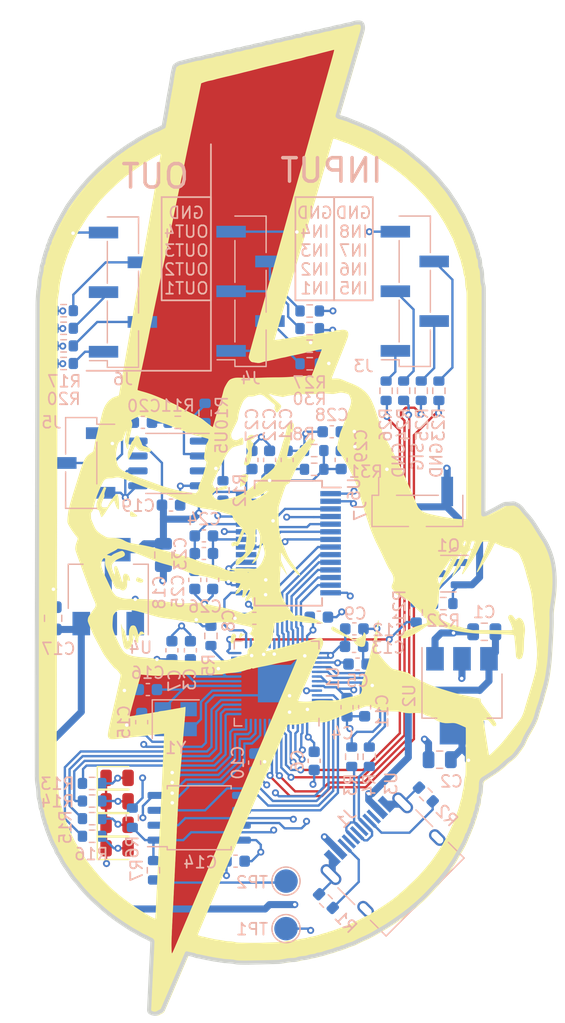
<source format=kicad_pcb>
(kicad_pcb (version 20221018) (generator pcbnew)
  (layers (0 "F.Cu" signal) (1 "In1.Cu" signal) (2 "In2.Cu" signal) (31 "B.Cu" signal) (34 "B.Paste" user) (35 "F.Paste" user) (36 "B.SilkS" user "B.Silkscreen") (37 "F.SilkS" user "F.Silkscreen") (38 "B.Mask" user) (39 "F.Mask" user) (44 "Edge.Cuts" user))
  (net 0 "")
  (net 1 "+5V")
  (net 2 "GND")
  (net 3 "+3.3V")
  (net 4 "+1V1")
  (net 5 "Net-(U1-XIN)")
  (net 6 "Net-(U1-XOUT)")
  (net 7 "+3.3VA")
  (net 8 "Net-(C20-Pad2)")
  (net 9 "Net-(U6-REFTS)")
  (net 10 "Net-(U6-REFTF)")
  (net 11 "Net-(U6-REFBF)")
  (net 12 "Net-(U5A-+)")
  (net 13 "Net-(D1-A)")
  (net 14 "Net-(D2-A)")
  (net 15 "Net-(D3-A)")
  (net 16 "Net-(D4-A)")
  (net 17 "Net-(J1-CC1)")
  (net 18 "D+")
  (net 19 "D-")
  (net 21 "Net-(J1-CC2)")
  (net 23 "Net-(J3-Pin_1)")
  (net 24 "Net-(J3-Pin_2)")
  (net 25 "Net-(J3-Pin_3)")
  (net 26 "Net-(J3-Pin_4)")
  (net 27 "Net-(J4-Pin_1)")
  (net 28 "Net-(J4-Pin_2)")
  (net 29 "Net-(J4-Pin_3)")
  (net 30 "Net-(J4-Pin_4)")
  (net 31 "Net-(Q1-G)")
  (net 32 "Net-(U1-USB_DP)")
  (net 33 "Net-(U1-USB_DM)")
  (net 34 "Net-(U1-RUN)")
  (net 35 "Net-(U1-QSPI_SS)")
  (net 36 "Net-(R7-Pad2)")
  (net 37 "Net-(R10-Pad1)")
  (net 38 "Net-(U5A--)")
  (net 39 "Net-(U6-AIN)")
  (net 40 "Net-(U1-GPIO11)")
  (net 41 "Net-(U1-GPIO10)")
  (net 42 "Net-(U1-GPIO9)")
  (net 43 "Net-(U1-GPIO8)")
  (net 44 "Net-(U1-GPIO7)")
  (net 45 "Net-(U1-GPIO6)")
  (net 46 "Net-(U1-GPIO5)")
  (net 47 "Net-(U1-GPIO4)")
  (net 48 "Net-(U1-GPIO3)")
  (net 49 "Net-(U1-GPIO2)")
  (net 50 "Net-(U1-GPIO1)")
  (net 51 "Net-(U1-GPIO0)")
  (net 52 "/CLK")
  (net 53 "/D0")
  (net 54 "/D1")
  (net 55 "/D2")
  (net 56 "/D3")
  (net 57 "/D4")
  (net 58 "/D5")
  (net 59 "/D6")
  (net 60 "/D7")
  (net 61 "/D8")
  (net 62 "/D9")
  (net 63 "/OTR")
  (net 64 "Net-(U1-QSPI_SD3)")
  (net 65 "Net-(U1-QSPI_SCLK)")
  (net 66 "Net-(U1-QSPI_SD0)")
  (net 67 "Net-(U1-QSPI_SD2)")
  (net 68 "Net-(U1-QSPI_SD1)")
  (net 71 "Net-(J6-Pin_1)")
  (net 72 "Net-(J6-Pin_2)")
  (net 73 "Net-(J6-Pin_3)")
  (net 74 "Net-(J6-Pin_4)")
  (net 75 "Net-(J5-Pin_2)")
  (net 76 "Net-(J7-Pin_2)")
  (net 79 "Net-(U1-GPIO14)")
  (net 80 "Net-(U1-GPIO15)")
  (net 81 "Net-(U1-GPIO12)")
  (net 82 "Net-(U1-GPIO13)")
  (net 84 "Net-(U1-GPIO17)")
  (footprint "LED_SMD:LED_0805_2012Metric" (layer "F.Cu") (at 132.5 112.3)
    (fp_text reference "D2" hide)
    (fp_text value "LED")
  )
  (footprint "LED_SMD:LED_0805_2012Metric" (layer "F.Cu") (at 132.5 110.3)
    (fp_text reference "D1" hide)
    (fp_text value "LED")
  )
  (footprint "ENISA23_VG_PCB:VoltageGlitcher_F.Cu" (layer "F.Cu") (at 144 87.6 22.5)
    (fp_text reference "G***" hide)
    (fp_text value "LOGO" hide)
  )
  (footprint "LED_SMD:LED_0805_2012Metric" (layer "F.Cu") (at 132.5 114.3)
    (fp_text reference "D3" hide)
    (fp_text value "LED")
  )
  (footprint "LED_SMD:LED_0805_2012Metric" (layer "F.Cu") (at 132.5 116.3)
    (fp_text reference "D4" hide)
    (fp_text value "LED")
  )
  (footprint "Resistor_SMD:R_0603_1608Metric" (layer "B.Cu") (at 150.3 120.8 -45)
    (fp_text reference "R1")
    (fp_text value "5.1k")
  )
  (footprint "Resistor_SMD:R_0603_1608Metric" (layer "B.Cu") (at 152.5 108.5 90)
    (fp_text reference "R3")
    (fp_text value "27.4")
  )
  (footprint "Capacitor_SMD:C_0603_1608Metric" (layer "B.Cu") (at 144.2 96.7 180)
    (fp_text reference "C8")
    (fp_text value "100nF")
  )
  (footprint "TestPoint:TestPoint_Pad_D2.0mm" (layer "B.Cu") (at 146.9 119.1)
    (fp_text reference "TP2")
    (fp_text value "TestPoint")
  )
  (footprint "Package_SO:SSOP-28_5.3x10.2mm_P0.65mm" (layer "B.Cu") (at 147.1 90.3 180)
    (fp_text reference "U6")
    (fp_text value "MS9280")
  )
  (footprint "Package_SO:SOIC-8_5.23x5.23mm_P1.27mm" (layer "B.Cu") (at 139.5 113.7)
    (fp_text reference "U3")
    (fp_text value "W25Q128JVS")
  )
  (footprint "Capacitor_SMD:C_0603_1608Metric" (layer "B.Cu") (at 142.6 117.4 180)
    (fp_text reference "C14")
    (fp_text value "100nF")
  )
  (footprint "Capacitor_SMD:C_0603_1608Metric" (layer "B.Cu") (at 153.6 104.275 -90)
    (fp_text reference "C11")
    (fp_text value "100nF")
  )
  (footprint "Resistor_SMD:R_0603_1608Metric" (layer "B.Cu") (at 159.93 77.305 -90)
    (fp_text reference "R23")
    (fp_text value "270")
  )
  (footprint "Capacitor_SMD:C_0805_2012Metric" (layer "B.Cu") (at 127.05 96.7 90)
    (fp_text reference "C17")
    (fp_text value "22uF")
  )
  (footprint "Resistor_SMD:R_0603_1608Metric" (layer "B.Cu") (at 133.8 113.7 90)
    (fp_text reference "R6")
    (fp_text value "dnf")
  )
  (footprint "Capacitor_SMD:C_0603_1608Metric" (layer "B.Cu") (at 149.7 96.6)
    (fp_text reference "C9")
    (fp_text value "100nF")
  )
  (footprint "Connector_PinHeader_2.54mm:PinHeader_1x05_P2.54mm_Vertical_SMD_Pin1Left" (layer "B.Cu") (at 143.875 68.825)
    (fp_text reference "J4")
    (fp_text value "Conn_01x05")
  )
  (footprint "Capacitor_SMD:C_0603_1608Metric" (layer "B.Cu") (at 134.6 105.55 90)
    (fp_text reference "C15")
    (fp_text value "27pF")
  )
  (footprint "Capacitor_SMD:C_0603_1608Metric" (layer "B.Cu") (at 145.5 83.2 90)
    (fp_text reference "C22")
    (fp_text value "1uF")
  )
  (footprint "Package_TO_SOT_SMD:SOT-223-3_TabPin2" (layer "B.Cu") (at 161.9 103.3 -90)
    (fp_text reference "U2")
    (fp_text value "AMS1117-3.3")
  )
  (footprint "Package_SO:SOP-8_3.9x4.9mm_P1.27mm" (layer "B.Cu") (at 136.9 83.5 180)
    (fp_text reference "U5")
    (fp_text value "COS722SR")
  )
  (footprint "Resistor_SMD:R_0603_1608Metric" (layer "B.Cu") (at 135.6 118.175 -90)
    (fp_text reference "R7")
    (fp_text value "1k")
  )
  (footprint "Capacitor_SMD:C_0805_2012Metric" (layer "B.Cu") (at 136.45 91.3 -90)
    (fp_text reference "C18")
    (fp_text value "22uF")
  )
  (footprint "Capacitor_SMD:C_0603_1608Metric" (layer "B.Cu") (at 153 100.6)
    (fp_text reference "C5")
    (fp_text value "1uF")
  )
  (footprint "Resistor_SMD:R_0603_1608Metric" (layer "B.Cu") (at 155.43 77.305 -90)
    (fp_text reference "R26")
    (fp_text value "270")
  )
  (footprint "Resistor_SMD:R_0603_1608Metric" (layer "B.Cu") (at 140 79.2 90)
    (fp_text reference "R10")
    (fp_text value "270")
  )
  (footprint "Resistor_SMD:R_0603_1608Metric" (layer "B.Cu") (at 149.3 82.4)
    (fp_text reference "R8")
    (fp_text value "5.1k")
  )
  (footprint "Resistor_SMD:R_0603_1608Metric" (layer "B.Cu") (at 130.375 112.275 180)
    (fp_text reference "R14")
    (fp_text value "470")
  )
  (footprint "Package_TO_SOT_SMD:SOT-23" (layer "B.Cu") (at 160.7375 92.895 180)
    (fp_text reference "Q1")
    (fp_text value "DMN3300U")
  )
  (footprint "Crystal:Crystal_SMD_3225-4Pin_3.2x2.5mm" (layer "B.Cu") (at 137.5 105.3)
    (fp_text reference "Y1")
    (fp_text value "12MHz")
  )
  (footprint "Capacitor_SMD:C_0603_1608Metric" (layer "B.Cu") (at 140.65 93.425 -90)
    (fp_text reference "C26")
    (fp_text value "100nF")
  )
  (footprint "Capacitor_SMD:C_0603_1608Metric" (layer "B.Cu") (at 134.7 80)
    (fp_text reference "C20")
    (fp_text value "100nF")
  )
  (footprint "Capacitor_SMD:C_0603_1608Metric" (layer "B.Cu") (at 144.225 109 -90)
    (fp_text reference "C10")
    (fp_text value "100nF")
  )
  (footprint "Capacitor_SMD:C_0603_1608Metric" (layer "B.Cu") (at 150.8 80.8 180)
    (fp_text reference "C28")
    (fp_text value "100nF")
  )
  (footprint "Connector_PinHeader_2.54mm:PinHeader_1x03_P2.54mm_Vertical_SMD_Pin1Left" (layer "B.Cu") (at 129.445 83.46 180)
    (fp_text reference "J5")
    (fp_text value "Conn_01x03")
  )
  (footprint "TestPoint:TestPoint_Pad_D2.0mm" (layer "B.Cu") (at 146.9 123.15)
    (fp_text reference "TP1")
    (fp_text value "TestPoint")
  )
  (footprint "Capacitor_SMD:C_0603_1608Metric" (layer "B.Cu") (at 139.9 89.675 180)
    (fp_text reference "C24")
    (fp_text value "100nF")
  )
  (footprint "Capacitor_SMD:C_0603_1608Metric" (layer "B.Cu") (at 152.1 104.275 -90)
    (fp_text reference "C4")
    (fp_text value "100nF")
  )
  (footprint "Capacitor_SMD:C_0603_1608Metric" (layer "B.Cu") (at 135.125 102.775 180)
    (fp_text reference "C16")
    (fp_text value "27pF")
  )
  (footprint "Connector_PinHeader_2.54mm:PinHeader_1x05_P2.54mm_Vertical_SMD_Pin1Left" (layer "B.Cu") (at 157.875 68.825)
    (fp_text reference "J3")
    (fp_text value "Conn_01x05")
  )
  (footprint "Capacitor_SMD:C_0603_1608Metric" (layer "B.Cu") (at 147 83.2 90)
    (fp_text reference "C21")
    (fp_text value "100nF")
  )
  (footprint "Resistor_SMD:R_0603_1608Metric" (layer "B.Cu") (at 148.92 70.505)
    (fp_text reference "R27")
    (fp_text value "270")
  )
  (footprint "Resistor_SMD:R_0603_1608Metric" (layer "B.Cu") (at 130.375 115.275 180)
    (fp_text reference "R16")
    (fp_text value "470")
  )
  (footprint "Resistor_SMD:R_0603_1608Metric" (layer "B.Cu") (at 141.525 85.8 90)
    (fp_text reference "R12")
    (fp_text value "10")
  )
  (footprint "Resistor_SMD:R_0603_1608Metric" (layer "B.Cu") (at 140.5 98.2 90)
    (fp_text reference "R5")
    (fp_text value "1k")
  )
  (footprint "Resistor_SMD:R_0603_1608Metric" (layer "B.Cu") (at 130.375 110.775 180)
    (fp_text reference "R13")
    (fp_text value "470")
  )
  (footprint "Capacitor_SMD:C_0603_1608Metric" (layer "B.Cu") (at 138.75 99.425 90)
    (fp_text reference "C3")
    (fp_text value "100nF")
  )
  (footprint "Resistor_SMD:R_0603_1608Metric" (layer "B.Cu") (at 149.3 84 180)
    (fp_text reference "R31")
    (fp_text value "5.1k")
  )
  (footprint "Capacitor_SMD:C_0603_1608Metric" (layer "B.Cu") (at 152.725 97.6)
    (fp_text reference "C12")
    (fp_text value "100nF")
  )
  (footprint "Resistor_SMD:R_0603_1608Metric" (layer "B.Cu") (at 137.675 80 180)
    (fp_text reference "R11")
    (fp_text value "27")
  )
  (footprint "Resistor_SMD:R_0603_1608Metric" (layer "B.Cu") (at 127.945 73.48 180)
    (fp_text reference "R19" hide)
    (fp_text value "270")
  )
  (footprint "Resistor_SMD:R_0603_1608Metric" (layer "B.Cu") (at 127.945 74.98 180)
    (fp_text reference "R20")
    (fp_text value "270")
  )
  (footprint "Connector_USB:USB_C_Receptacle_HRO_TYPE-C-31-M-12" (layer "B.Cu") (at 156 117.7 -135)
    (fp_text reference "J1")
    (fp_text value "USB_C_Receptacle_USB2.0")
  )
  (footprint "Resistor_SMD:R_0603_1608Metric" (layer "B.Cu") (at 130.375 113.775 180)
    (fp_text reference "R15")
    (fp_text value "470")
  )
  (footprint "Capacitor_SMD:C_0603_1608Metric" (layer "B.Cu") (at 152.7 99.1)
    (fp_text reference "C13")
    (fp_text value "1uF")
  )
  (footprint "Resistor_SMD:R_0603_1608Metric" (layer "B.Cu") (at 160.3 95.445 180)
    (fp_text reference "R22")
    (fp_text value "1k")
  )
  (footprint "Resistor_SMD:R_0603_1608Metric" (layer "B.Cu") (at 148.92 73.505)
    (fp_text reference "R29" hide)
    (fp_text value "270")
  )
  (footprint "Capacitor_SMD:C_0603_1608Metric" (layer "B.Cu") (at 151.6 83.2 90)
    (fp_text reference "C29")
    (fp_text value "1uF")
  )
  (footprint "Resistor_SMD:R_0603_1608Metric" (layer "B.Cu") (at 127.945 71.98 180)
    (fp_text reference "R18" hide)
    (fp_text value "270")
  )
  (footprint "Capacitor_SMD:C_0805_2012Metric" (layer "B.Cu") (at 163.8 97.85 180)
    (fp_text reference "C1")
    (fp_text value "22uF")
  )
  (footprint "Resistor_SMD:R_0603_1608Metric" (layer "B.Cu") (at 158.816637 111.716637 -45)
    (fp_text reference "R2")
    (fp_text value "5.1k")
  )
  (footprint "Capacitor_SMD:C_0603_1608Metric" (layer "B.Cu") (at 137.175 99.425 90)
    (fp_text reference "C7")
    (fp_text value "100nF")
  )
  (footprint "Capacitor_SMD:C_0603_1608Metric" (layer "B.Cu") (at 139.9 91.175 180)
    (fp_text reference "C23")
    (fp_text value "10uF")
  )
  (footprint "Resistor_SMD:R_0603_1608Metric" (layer "B.Cu") (at 148.92 75.005)
    (fp_text reference "R30")
    (fp_text value "270")
  )
  (footprint "Resistor_SMD:R_0603_1608Metric" (layer "B.Cu") (at 158 96.2 -90)
    (fp_text reference "R21")
    (fp_text value "10")
  )
  (footprint "Resistor_SMD:R_0603_1608Metric" (layer "B.Cu") (at 148.92 72.005)
    (fp_text reference "R28" hide)
    (fp_text value "270")
  )
  (footprint "Package_DFN_QFN:QFN-56-1EP_7x7mm_P0.4mm_EP3.2x3.2mm" (layer "B.Cu") (at 146.1 102.2625 90)
    (fp_text reference "U1")
    (fp_text value "RP2040")
  )
  (footprint "Capacitor_SMD:C_0805_2012Metric" (layer "B.Cu") (at 160 108.75 180)
    (fp_text reference "C2")
    (fp_text value "22uF")
  )
  (footprint "Capacitor_SMD:C_0603_1608Metric" (layer "B.Cu") (at 144 83.2 90)
    (fp_text reference "C27")
    (fp_text value "100nF")
  )
  (footprint "Capacitor_SMD:C_0603_1608Metric" (layer "B.Cu") (at 149.3 108.85 -90)
    (fp_text reference "C6")
    (fp_text value "100nF")
  )
  (footprint "Package_TO_SOT_SMD:SOT-223-3_TabPin2" (layer "B.Cu") (at 131.75 94 90)
    (fp_text reference "U4")
    (fp_text value "AMS1117-3.3")
  )
  (footprint "Capacitor_SMD:C_0603_1608Metric" (layer "B.Cu") (at 139.125 93.425 -90)
    (fp_text reference "C25")
    (fp_text value "100nF")
  )
  (footprint "Connector_PinHeader_2.54mm:PinHeader_1x03_P2.54mm_Vertical_SMD_Pin1Left" (layer "B.Cu") (at 158.1 87.545 -90)
    (fp_text reference "J7")
    (fp_text value "Conn_01x03")
  )
  (footprint "Resistor_SMD:R_0603_1608Metric" (layer "B.Cu") (at 154 108.5 90)
    (fp_text reference "R4")
    (fp_text value "27.4")
  )
  (footprint "Capacitor_SMD:C_0603_1608Metric" (layer "B.Cu") (at 137.1 87.05)
    (fp_text reference "C19")
    (fp_text value "100nF")
  )
  (footprint "Resistor_SMD:R_0603_1608Metric" (layer "B.Cu") (at 158.425 77.3 -90)
    (fp_text reference "R25")
    (fp_text value "270")
  )
  (footprint "Connector_PinHeader_2.54mm:PinHeader_1x05_P2.54mm_Vertical_SMD_Pin1Left" (layer "B.Cu") (at 133 68.9)
    (fp_text reference "J6")
    (fp_text value "Conn_01x05")
  )
  (footprint "Resistor_SMD:R_0603_1608Metric" (layer "B.Cu") (at 127.945 70.48 180)
    (fp_text reference "R17")
    (fp_text value "270")
  )
  (footprint "Resistor_SMD:R_0603_1608Metric" (layer "B.Cu") (at 156.925 77.3 -90)
    (fp_text reference "R24")
    (fp_text value "270")
  )
  (gr_line (start 140.5 75.6) (end 129.9 75.6) (stroke (width 0.15)) (layer "B.SilkS"))
  (gr_line (start 140.5 60.8) (end 140.5 56.3) (stroke (width 0.15)) (layer "B.SilkS"))
  (gr_line (start 140.5 60.8) (end 140.5 75.6) (stroke (width 0.15)) (layer "B.SilkS"))
  (gr_curve (pts (xy 140.469802 125.71918) (xy 140.339432 125.693883) (xy 140.207776 125.670058) (xy 140.077879 125.64362)) (stroke (width 0.35)) (layer "Edge.Cuts"))
  (gr_curve (pts (xy 162.253741 62.94109) (xy 162.32561 63.096359) (xy 162.401171 63.249148) (xy 162.473035 63.40442)) (stroke (width 0.35)) (layer "Edge.Cuts"))
  (gr_curve (pts (xy 158.944627 58.348132) (xy 159.070917 58.463861) (xy 159.183153 58.5958) (xy 159.304204 58.719369)) (stroke (width 0.35)) (layer "Edge.Cuts"))
  (gr_curve (pts (xy 125.71082 76.971225) (xy 125.715264 74.652653) (xy 125.716962 72.334278) (xy 125.726441 70.016455)) (stroke (width 0.35)) (layer "Edge.Cuts"))
  (gr_curve (pts (xy 165.44796 109.147743) (xy 165.163177 109.424311) (xy 164.852176 109.662641) (xy 164.516538 109.873416)) (stroke (width 0.35)) (layer "Edge.Cuts"))
  (gr_curve (pts (xy 164.516538 109.873416) (xy 164.256144 110.037917) (xy 164.003035 110.215453) (xy 163.738025 110.373371)) (stroke (width 0.35)) (layer "Edge.Cuts"))
  (gr_curve (pts (xy 125.721852 110.886797) (xy 125.673326 110.639731) (xy 125.664671 110.381809) (xy 125.663522 110.128332)) (stroke (width 0.35)) (layer "Edge.Cuts"))
  (gr_curve (pts (xy 132.634591 122.493086) (xy 131.953834 122.030199) (xy 131.318215 121.509911) (xy 130.720266 120.943808)) (stroke (width 0.35)) (layer "Edge.Cuts"))
  (gr_curve (pts (xy 142.783848 48.225569) (xy 142.985303 48.235585) (xy 143.160857 48.153429) (xy 143.34634 48.102086)) (stroke (width 0.35)) (layer "Edge.Cuts"))
  (gr_curve (pts (xy 161.275268 61.175989) (xy 161.453031 61.447882) (xy 161.624013 61.721643) (xy 161.767516 62.013391)) (stroke (width 0.35)) (layer "Edge.Cuts"))
  (gr_curve (pts (xy 129.349594 119.51959) (xy 129.155496 119.262958) (xy 128.929141 119.031015) (xy 128.731345 118.776859)) (stroke (width 0.35)) (layer "Edge.Cuts"))
  (gr_curve (pts (xy 126.576548 65.119614) (xy 126.572687 64.975829) (xy 126.636597 64.86345) (xy 126.709559 64.75015)) (stroke (width 0.35)) (layer "Edge.Cuts"))
  (gr_curve (pts (xy 167.487036 106.515077) (xy 167.342197 106.764828) (xy 167.220486 107.024827) (xy 167.11345 107.292906)) (stroke (width 0.35)) (layer "Edge.Cuts"))
  (gr_curve (pts (xy 152.62462 54.385851) (xy 152.771769 54.444798) (xy 152.922216 54.495764) (xy 153.069222 54.556659)) (stroke (width 0.35)) (layer "Edge.Cuts"))
  (gr_curve (pts (xy 163.491855 111.372198) (xy 163.487073 111.444983) (xy 163.492132 111.527849) (xy 163.459333 111.587693)) (stroke (width 0.35)) (layer "Edge.Cuts"))
  (gr_curve (pts (xy 139.669089 48.958745) (xy 139.844826 48.918053) (xy 140.013119 48.8389) (xy 140.190837 48.81438)) (stroke (width 0.35)) (layer "Edge.Cuts"))
  (gr_curve (pts (xy 161.93963 116.073672) (xy 161.812834 116.328223) (xy 161.652791 116.566335) (xy 161.510033 116.814279)) (stroke (width 0.35)) (layer "Edge.Cuts"))
  (gr_curve (pts (xy 161.27141 117.250145) (xy 161.205087 117.36353) (xy 161.129455 117.470382) (xy 161.055626 117.579321)) (stroke (width 0.35)) (layer "Edge.Cuts"))
  (gr_curve (pts (xy 168.317734 89.120288) (xy 168.466029 89.366627) (xy 168.618357 89.611296) (xy 168.778874 89.850682)) (stroke (width 0.35)) (layer "Edge.Cuts"))
  (gr_curve (pts (xy 142.782293 126.03486) (xy 142.636916 126.028046) (xy 142.494719 125.976492) (xy 142.348758 125.961422)) (stroke (width 0.35)) (layer "Edge.Cuts"))
  (gr_curve (pts (xy 150.500419 46.490666) (xy 150.644706 46.47433) (xy 150.784916 46.416253) (xy 150.92716 46.379045)) (stroke (width 0.35)) (layer "Edge.Cuts"))
  (gr_curve (pts (xy 151.307229 53.82415) (xy 151.301625 53.842517) (xy 151.302853 53.863721) (xy 151.300583 53.890152)) (stroke (width 0.35)) (layer "Edge.Cuts"))
  (gr_curve (pts (xy 135.360365 127.332398) (xy 135.401476 126.506307) (xy 135.444528 125.680356) (xy 135.485974 124.855073)) (stroke (width 0.35)) (layer "Edge.Cuts"))
  (gr_curve (pts (xy 147.900436 125.746332) (xy 147.618931 125.86671) (xy 147.318434 125.797648) (xy 147.031297 125.854278)) (stroke (width 0.35)) (layer "Edge.Cuts"))
  (gr_curve (pts (xy 125.860509 68.405111) (xy 125.879869 68.226216) (xy 125.872135 68.043437) (xy 125.894579 67.865155)) (stroke (width 0.35)) (layer "Edge.Cuts"))
  (gr_curve (pts (xy 133.655943 123.165144) (xy 133.310871 122.947445) (xy 132.971858 122.721572) (xy 132.634591 122.493086)) (stroke (width 0.35)) (layer "Edge.Cuts"))
  (gr_curve (pts (xy 150.754954 125.070912) (xy 150.551903 125.116316) (xy 150.343997 125.175051) (xy 150.147933 125.248716)) (stroke (width 0.35)) (layer "Edge.Cuts"))
  (gr_curve (pts (xy 125.782884 68.853592) (xy 125.793193 68.702993) (xy 125.844692 68.5561) (xy 125.860509 68.405111)) (stroke (width 0.35)) (layer "Edge.Cuts"))
  (gr_curve (pts (xy 125.663522 110.128332) (xy 125.657598 107.636576) (xy 125.654425 105.144619) (xy 125.655145 102.652946)) (stroke (width 0.35)) (layer "Edge.Cuts"))
  (gr_curve (pts (xy 149.288594 46.749051) (xy 149.294569 46.747521) (xy 149.300819 46.742103) (xy 149.307126 46.741375)) (stroke (width 0.35)) (layer "Edge.Cuts"))
  (gr_curve (pts (xy 138.446848 125.263755) (xy 138.242561 125.739211) (xy 138.035583 126.21956) (xy 137.829414 126.699581)) (stroke (width 0.35)) (layer "Edge.Cuts"))
  (gr_curve (pts (xy 151.791654 54.072863) (xy 151.860913 54.094212) (xy 151.929903 54.119448) (xy 151.99916 54.140793)) (stroke (width 0.35)) (layer "Edge.Cuts"))
  (gr_curve (pts (xy 142.124634 48.400438) (xy 142.255796 48.370655) (xy 142.382893 48.326509) (xy 142.512187 48.289946)) (stroke (width 0.35)) (layer "Edge.Cuts"))
  (gr_curve (pts (xy 126.11255 113.186135) (xy 126.093658 113.044803) (xy 125.993899 112.913359) (xy 125.983928 112.773045)) (stroke (width 0.35)) (layer "Edge.Cuts"))
  (gr_curve (pts (xy 163.720893 83.54267) (xy 163.718576 84.906856) (xy 163.713509 86.271235) (xy 163.71005 87.634948)) (stroke (width 0.35)) (layer "Edge.Cuts"))
  (gr_curve (pts (xy 151.99916 54.140793) (xy 152.024039 54.148426) (xy 152.053493 54.146614) (xy 152.077425 54.156523)) (stroke (width 0.35)) (layer "Edge.Cuts"))
  (gr_curve (pts (xy 128.306253 61.530366) (xy 128.4383 61.334061) (xy 128.58046 61.14395) (xy 128.721487 60.95337)) (stroke (width 0.35)) (layer "Edge.Cuts"))
  (gr_curve (pts (xy 145.024839 47.725921) (xy 145.127819 47.696484) (xy 145.230909 47.649064) (xy 145.333898 47.646998)) (stroke (width 0.35)) (layer "Edge.Cuts"))
  (gr_curve (pts (xy 162.976718 113.586042) (xy 162.966373 113.654522) (xy 162.918875 113.717619) (xy 162.889221 113.78277)) (stroke (width 0.35)) (layer "Edge.Cuts"))
  (gr_curve (pts (xy 162.674676 63.841076) (xy 162.68049 63.852831) (xy 162.695165 63.86091) (xy 162.699031 63.872527)) (stroke (width 0.35)) (layer "Edge.Cuts"))
  (gr_curve (pts (xy 136.889412 52.344718) (xy 136.959551 51.94654) (xy 137.037334 51.550859) (xy 137.106671 51.153008)) (stroke (width 0.35)) (layer "Edge.Cuts"))
  (gr_curve (pts (xy 146.469254 47.413679) (xy 146.729899 47.322708) (xy 146.996914 47.263084) (xy 147.270527 47.226219)) (stroke (width 0.35)) (layer "Edge.Cuts"))
  (gr_curve (pts (xy 157.186465 121.719619) (xy 156.71546 122.079927) (xy 156.229805 122.420811) (xy 155.736727 122.750613)) (stroke (width 0.35)) (layer "Edge.Cuts"))
  (gr_curve (pts (xy 152.077425 54.156523) (xy 152.259762 54.232049) (xy 152.441008 54.311797) (xy 152.62462 54.385851)) (stroke (width 0.35)) (layer "Edge.Cuts"))
  (gr_curve (pts (xy 137.106671 51.153008) (xy 137.156365 50.871861) (xy 137.192921 50.58861) (xy 137.243762 50.307933)) (stroke (width 0.35)) (layer "Edge.Cuts"))
  (gr_curve (pts (xy 162.835549 113.910742) (xy 162.819871 114.059784) (xy 162.783956 114.196448) (xy 162.693186 114.323733)) (stroke (width 0.35)) (layer "Edge.Cuts"))
  (gr_curve (pts (xy 151.963751 124.657064) (xy 151.928019 124.675646) (xy 151.89635 124.708584) (xy 151.859972 124.714214)) (stroke (width 0.35)) (layer "Edge.Cuts"))
  (gr_curve (pts (xy 135.485974 124.855073) (xy 135.495359 124.668037) (xy 135.502458 124.480059) (xy 135.509896 124.292885)) (stroke (width 0.35)) (layer "Edge.Cuts"))
  (gr_curve (pts (xy 139.474852 125.511997) (xy 139.346091 125.486034) (xy 139.20684 125.50312) (xy 139.092837 125.412506)) (stroke (width 0.35)) (layer "Edge.Cuts"))
  (gr_curve (pts (xy 128.721487 60.95337) (xy 128.858207 60.768348) (xy 128.995259 60.584126) (xy 129.138345 60.403078)) (stroke (width 0.35)) (layer "Edge.Cuts"))
  (gr_curve (pts (xy 162.933611 64.566485) (xy 162.94888 64.610192) (xy 162.940511 64.667471) (xy 162.965869 64.701341)) (stroke (width 0.35)) (layer "Edge.Cuts"))
  (gr_curve (pts (xy 134.25593 55.924094) (xy 134.462478 55.807383) (xy 134.670034 55.69309) (xy 134.87759 55.578797)) (stroke (width 0.35)) (layer "Edge.Cuts"))
  (gr_curve (pts (xy 125.669702 95.052881) (xy 125.674837 92.40549) (xy 125.679971 89.758101) (xy 125.685918 87.110379)) (stroke (width 0.35)) (layer "Edge.Cuts"))
  (gr_curve (pts (xy 135.306998 130.262212) (xy 135.236557 130.196984) (xy 135.230194 130.126925) (xy 135.232972 130.049305)) (stroke (width 0.35)) (layer "Edge.Cuts"))
  (gr_curve (pts (xy 126.203457 66.42969) (xy 126.217454 66.408783) (xy 126.21953 66.379602) (xy 126.222936 66.353645)) (stroke (width 0.35)) (layer "Edge.Cuts"))
  (gr_curve (pts (xy 134.279496 123.519556) (xy 134.073443 123.398156) (xy 133.858028 123.292907) (xy 133.655943 123.165144)) (stroke (width 0.35)) (layer "Edge.Cuts"))
  (gr_curve (pts (xy 136.172162 130.226717) (xy 136.100055 130.250921) (xy 136.036347 130.299966) (xy 135.970443 130.341428)) (stroke (width 0.35)) (layer "Edge.Cuts"))
  (gr_curve (pts (xy 126.817207 115.436614) (xy 126.816205 115.340739) (xy 126.748568 115.280014) (xy 126.72364 115.201597)) (stroke (width 0.35)) (layer "Edge.Cuts"))
  (gr_curve (pts (xy 143.34634 48.102086) (xy 143.46127 48.069588) (xy 143.580932 48.053063) (xy 143.699393 48.03137)) (stroke (width 0.35)) (layer "Edge.Cuts"))
  (gr_curve (pts (xy 126.222936 66.353645) (xy 126.233387 66.267183) (xy 126.223987 66.173836) (xy 126.254943 66.095873)) (stroke (width 0.35)) (layer "Edge.Cuts"))
  (gr_curve (pts (xy 137.45324 49.594306) (xy 137.59044 49.501601) (xy 137.71829 49.386338) (xy 137.89264 49.365097)) (stroke (width 0.35)) (layer "Edge.Cuts"))
  (gr_curve (pts (xy 169.357711 100.259938) (xy 169.332539 100.586629) (xy 169.27463 100.911772) (xy 169.234229 101.238156)) (stroke (width 0.35)) (layer "Edge.Cuts"))
  (gr_curve (pts (xy 162.889221 113.78277) (xy 162.870145 113.825607) (xy 162.840202 113.867276) (xy 162.835549 113.910742)) (stroke (width 0.35)) (layer "Edge.Cuts"))
  (gr_curve (pts (xy 161.767516 62.013391) (xy 161.834128 62.149126) (xy 161.937601 62.266751) (xy 162.006628 62.401486)) (stroke (width 0.35)) (layer "Edge.Cuts"))
  (gr_curve (pts (xy 163.113257 113.133923) (xy 163.018903 113.273076) (xy 162.999392 113.426541) (xy 162.976718 113.586042)) (stroke (width 0.35)) (layer "Edge.Cuts"))
  (gr_curve (pts (xy 151.300583 53.890152) (xy 151.36289 53.965359) (xy 151.45188 53.984195) (xy 151.545234 54.002173)) (stroke (width 0.35)) (layer "Edge.Cuts"))
  (gr_curve (pts (xy 137.89264 49.365097) (xy 137.919819 49.362339) (xy 137.945799 49.354407) (xy 137.971641 49.348422)) (stroke (width 0.35)) (layer "Edge.Cuts"))
  (gr_curve (pts (xy 126.709559 64.75015) (xy 126.734059 64.713565) (xy 126.740737 64.663596) (xy 126.751365 64.6186)) (stroke (width 0.35)) (layer "Edge.Cuts"))
  (gr_curve (pts (xy 125.799684 111.557884) (xy 125.791097 111.332036) (xy 125.766203 111.110111) (xy 125.721852 110.886797)) (stroke (width 0.35)) (layer "Edge.Cuts"))
  (gr_curve (pts (xy 159.830413 59.26043) (xy 159.967507 59.411338) (xy 160.086173 59.579319) (xy 160.216072 59.737926)) (stroke (width 0.35)) (layer "Edge.Cuts"))
  (gr_curve (pts (xy 166.442768 108.267429) (xy 166.34649 108.395105) (xy 166.243402 108.50861) (xy 166.10526 108.60359)) (stroke (width 0.35)) (layer "Edge.Cuts"))
  (gr_curve (pts (xy 162.34807 115.15207) (xy 162.33543 115.164859) (xy 162.336052 115.189148) (xy 162.328501 115.207379)) (stroke (width 0.35)) (layer "Edge.Cuts"))
  (gr_curve (pts (xy 163.269055 112.520889) (xy 163.178223 112.643476) (xy 163.179272 112.782766) (xy 163.159729 112.920197)) (stroke (width 0.35)) (layer "Edge.Cuts"))
  (gr_curve (pts (xy 165.710171 86.948081) (xy 165.87675 86.953666) (xy 166.044402 86.927645) (xy 166.211281 86.917998)) (stroke (width 0.35)) (layer "Edge.Cuts"))
  (gr_curve (pts (xy 167.036975 87.404874) (xy 167.203194 87.646618) (xy 167.40892 87.860669) (xy 167.599864 88.084623)) (stroke (width 0.35)) (layer "Edge.Cuts"))
  (gr_curve (pts (xy 169.778603 93.996399) (xy 169.751327 94.655323) (xy 169.631557 95.300642) (xy 169.548141 95.951663)) (stroke (width 0.35)) (layer "Edge.Cuts"))
  (gr_curve (pts (xy 134.164521 55.999716) (xy 134.197308 55.978587) (xy 134.22167 55.943949) (xy 134.25593 55.924094)) (stroke (width 0.35)) (layer "Edge.Cuts"))
  (gr_curve (pts (xy 168.265618 104.891663) (xy 168.121992 105.493045) (xy 167.790239 105.995813) (xy 167.487036 106.515077)) (stroke (width 0.35)) (layer "Edge.Cuts"))
  (gr_curve (pts (xy 163.459333 111.587693) (xy 163.334803 111.815819) (xy 163.344481 112.064819) (xy 163.324307 112.310136)) (stroke (width 0.35)) (layer "Edge.Cuts"))
  (gr_curve (pts (xy 139.016603 125.390271) (xy 138.830638 125.349293) (xy 138.644344 125.307505) (xy 138.446848 125.263755)) (stroke (width 0.35)) (layer "Edge.Cuts"))
  (gr_curve (pts (xy 168.778874 89.850682) (xy 169.12614 90.367684) (xy 169.374149 90.927689) (xy 169.544384 91.525566)) (stroke (width 0.35)) (layer "Edge.Cuts"))
  (gr_curve (pts (xy 166.211281 86.917998) (xy 166.263549 86.914285) (xy 166.322215 86.903203) (xy 166.366995 86.92242)) (stroke (width 0.35)) (layer "Edge.Cuts"))
  (gr_curve (pts (xy 154.002205 123.766451) (xy 153.73738 123.899746) (xy 153.462069 124.010011) (xy 153.193105 124.135582)) (stroke (width 0.35)) (layer "Edge.Cuts"))
  (gr_curve (pts (xy 151.9 51.8) (xy 151.703815 52.475076) (xy 151.504553 53.149542) (xy 151.307229 53.82415)) (stroke (width 0.35)) (layer "Edge.Cuts"))
  (gr_curve (pts (xy 140.780388 125.778404) (xy 140.676359 125.762018) (xy 140.57322 125.738654) (xy 140.469802 125.71918)) (stroke (width 0.35)) (layer "Edge.Cuts"))
  (gr_curve (pts (xy 147.270527 47.226219) (xy 147.388578 47.210366) (xy 147.500999 47.158136) (xy 147.616738 47.125298)) (stroke (width 0.35)) (layer "Edge.Cuts"))
  (gr_curve (pts (xy 139.092837 125.412506) (xy 139.074351 125.397507) (xy 139.042755 125.396431) (xy 139.016603 125.390271)) (stroke (width 0.35)) (layer "Edge.Cuts"))
  (gr_curve (pts (xy 134.875827 123.83332) (xy 134.666008 123.74841) (xy 134.473486 123.634623) (xy 134.279496 123.519556)) (stroke (width 0.35)) (layer "Edge.Cuts"))
  (gr_curve (pts (xy 127.3608 116.61905) (xy 127.34395 116.592045) (xy 127.336101 116.559421) (xy 127.32778 116.527938)) (stroke (width 0.35)) (layer "Edge.Cuts"))
  (gr_curve (pts (xy 141.354656 125.863402) (xy 141.1635 125.834957) (xy 140.971404 125.808791) (xy 140.780388 125.778404)) (stroke (width 0.35)) (layer "Edge.Cuts"))
  (gr_curve (pts (xy 153.177787 45.925445) (xy 153.295179 45.935351) (xy 153.357198 45.987076) (xy 153.403476 46.089689)) (stroke (width 0.35)) (layer "Edge.Cuts"))
  (gr_curve (pts (xy 154.710334 123.365516) (xy 154.476162 123.502162) (xy 154.244327 123.64445) (xy 154.002205 123.766451)) (stroke (width 0.35)) (layer "Edge.Cuts"))
  (gr_curve (pts (xy 127.607396 62.75824) (xy 127.698795 62.589156) (xy 127.78939 62.420409) (xy 127.883066 62.252271)) (stroke (width 0.35)) (layer "Edge.Cuts"))
  (gr_curve (pts (xy 151.545234 54.002173) (xy 151.629 54.017509) (xy 151.710192 54.047134) (xy 151.791654 54.072863)) (stroke (width 0.35)) (layer "Edge.Cuts"))
  (gr_curve (pts (xy 147.616738 47.125298) (xy 147.693736 47.103788) (xy 147.772648 47.066382) (xy 147.848182 47.070969)) (stroke (width 0.35)) (layer "Edge.Cuts"))
  (gr_curve (pts (xy 149.666169 125.364246) (xy 149.632822 125.365785) (xy 149.59611 125.370609) (xy 149.56877 125.386652)) (stroke (width 0.35)) (layer "Edge.Cuts"))
  (gr_curve (pts (xy 126.450277 114.382094) (xy 126.328021 114.225984) (xy 126.343405 114.02608) (xy 126.277061 113.859083)) (stroke (width 0.35)) (layer "Edge.Cuts"))
  (gr_curve (pts (xy 162.328501 115.207379) (xy 162.252755 115.3983) (xy 162.185322 115.593333) (xy 162.097516 115.777922)) (stroke (width 0.35)) (layer "Edge.Cuts"))
  (gr_curve (pts (xy 125.842429 112.034867) (xy 125.800744 111.884093) (xy 125.805522 111.717849) (xy 125.799684 111.557884)) (stroke (width 0.35)) (layer "Edge.Cuts"))
  (gr_curve (pts (xy 163.71005 87.634948) (xy 163.709709 87.70023) (xy 163.714876 87.76512) (xy 163.718072 87.84121)) (stroke (width 0.35)) (layer "Edge.Cuts"))
  (gr_curve (pts (xy 152.6893 124.396187) (xy 152.495063 124.460589) (xy 152.300494 124.52419) (xy 152.106934 124.590208)) (stroke (width 0.35)) (layer "Edge.Cuts"))
  (gr_curve (pts (xy 130.157271 59.21633) (xy 130.44855 58.91442) (xy 130.745722 58.617623) (xy 131.051927 58.331242)) (stroke (width 0.35)) (layer "Edge.Cuts"))
  (gr_curve (pts (xy 163.455204 66.641668) (xy 163.458613 66.681795) (xy 163.458184 66.726347) (xy 163.476564 66.759327)) (stroke (width 0.35)) (layer "Edge.Cuts"))
  (gr_curve (pts (xy 126.98348 115.815231) (xy 126.951826 115.743375) (xy 126.919371 115.671851) (xy 126.886913 115.600334)) (stroke (width 0.35)) (layer "Edge.Cuts"))
  (gr_curve (pts (xy 131.051927 58.331242) (xy 131.310735 58.08998) (xy 131.588421 57.869224) (xy 131.854128 57.635492)) (stroke (width 0.35)) (layer "Edge.Cuts"))
  (gr_curve (pts (xy 128.062993 117.803762) (xy 127.992563 117.699819) (xy 127.920994 117.595409) (xy 127.859567 117.485852)) (stroke (width 0.35)) (layer "Edge.Cuts"))
  (gr_curve (pts (xy 166.10526 108.60359) (xy 165.871378 108.763723) (xy 165.652065 108.949917) (xy 165.44796 109.147743)) (stroke (width 0.35)) (layer "Edge.Cuts"))
  (gr_curve (pts (xy 163.708385 68.289921) (xy 163.761996 68.448978) (xy 163.749666 68.633454) (xy 163.748705 68.806617)) (stroke (width 0.35)) (layer "Edge.Cuts"))
  (gr_curve (pts (xy 155.736727 122.750613) (xy 155.406567 122.972332) (xy 155.054335 123.16355) (xy 154.710334 123.365516)) (stroke (width 0.35)) (layer "Edge.Cuts"))
  (gr_curve (pts (xy 143.699393 48.03137) (xy 143.777452 48.016973) (xy 143.861716 48.019836) (xy 143.933764 47.990938)) (stroke (width 0.35)) (layer "Edge.Cuts"))
  (gr_curve (pts (xy 163.718072 87.84121) (xy 163.917492 87.830357) (xy 164.063967 87.728146) (xy 164.214819 87.652443)) (stroke (width 0.35)) (layer "Edge.Cuts"))
  (gr_curve (pts (xy 125.997934 67.335204) (xy 126.01644 67.245406) (xy 126.051649 67.157188) (xy 126.057343 67.066087)) (stroke (width 0.35)) (layer "Edge.Cuts"))
  (gr_curve (pts (xy 163.261109 65.614683) (xy 163.285919 65.749795) (xy 163.270798 65.891059) (xy 163.367356 66.012493)) (stroke (width 0.35)) (layer "Edge.Cuts"))
  (gr_curve (pts (xy 127.041385 115.94135) (xy 127.020001 115.901119) (xy 127.002777 115.857271) (xy 126.98348 115.815231)) (stroke (width 0.35)) (layer "Edge.Cuts"))
  (gr_curve (pts (xy 163.367356 66.012493) (xy 163.408647 66.064311) (xy 163.414708 66.149598) (xy 163.422873 66.221739)) (stroke (width 0.35)) (layer "Edge.Cuts"))
  (gr_curve (pts (xy 144.794229 47.795951) (xy 144.873292 47.783975) (xy 144.947842 47.747431) (xy 145.024839 47.725921)) (stroke (width 0.35)) (layer "Edge.Cuts"))
  (gr_curve (pts (xy 142.348758 125.961422) (xy 142.117007 125.937524) (xy 141.883007 125.928715) (xy 141.650169 125.909037)) (stroke (width 0.35)) (layer "Edge.Cuts"))
  (gr_curve (pts (xy 126.057343 67.066087) (xy 126.071491 66.844978) (xy 126.076577 66.624793) (xy 126.203457 66.42969)) (stroke (width 0.35)) (layer "Edge.Cuts"))
  (gr_curve (pts (xy 168.797308 103.105228) (xy 168.740846 103.283443) (xy 168.71462 103.470845) (xy 168.659299 103.649532)) (stroke (width 0.35)) (layer "Edge.Cuts"))
  (gr_curve (pts (xy 163.738025 110.373371) (xy 163.587349 110.463159) (xy 163.531868 110.589045) (xy 163.523952 110.749981)) (stroke (width 0.35)) (layer "Edge.Cuts"))
  (gr_curve (pts (xy 140.190837 48.81438) (xy 140.450357 48.777688) (xy 140.706463 48.73958) (xy 140.94742 48.628439)) (stroke (width 0.35)) (layer "Edge.Cuts"))
  (gr_curve (pts (xy 136.746328 53.230039) (xy 136.795051 52.935139) (xy 136.837603 52.639014) (xy 136.889412 52.344718)) (stroke (width 0.35)) (layer "Edge.Cuts"))
  (gr_curve (pts (xy 163.159729 112.920197) (xy 163.150251 112.993038) (xy 163.151284 113.077578) (xy 163.113257 113.133923)) (stroke (width 0.35)) (layer "Edge.Cuts"))
  (gr_curve (pts (xy 135.815853 55.108962) (xy 135.978773 55.06697) (xy 136.124859 54.959256) (xy 136.278266 54.88061)) (stroke (width 0.35)) (layer "Edge.Cuts"))
  (gr_curve (pts (xy 137.971641 49.348422) (xy 138.392601 49.241085) (xy 138.812699 49.12938) (xy 139.234861 49.02721)) (stroke (width 0.35)) (layer "Edge.Cuts"))
  (gr_curve (pts (xy 126.477605 114.49822) (xy 126.468701 114.458485) (xy 126.473298 114.410323) (xy 126.450277 114.382094)) (stroke (width 0.35)) (layer "Edge.Cuts"))
  (gr_curve (pts (xy 163.614292 67.600083) (xy 163.629102 67.831854) (xy 163.631576 68.061181) (xy 163.708385 68.289921)) (stroke (width 0.35)) (layer "Edge.Cuts"))
  (gr_curve (pts (xy 153.069222 54.556659) (xy 153.275014 54.643237) (xy 153.478779 54.736319) (xy 153.683295 54.824364)) (stroke (width 0.35)) (layer "Edge.Cuts"))
  (gr_curve (pts (xy 127.32778 116.527938) (xy 127.31913 116.495646) (xy 127.32095 116.459018) (xy 127.306514 116.431012)) (stroke (width 0.35)) (layer "Edge.Cuts"))
  (gr_curve (pts (xy 162.965869 64.701341) (xy 163.067769 64.835672) (xy 163.089917 64.991709) (xy 163.116154 65.150771)) (stroke (width 0.35)) (layer "Edge.Cuts"))
  (gr_curve (pts (xy 161.510033 116.814279) (xy 161.427545 116.95701) (xy 161.355511 117.106745) (xy 161.27141 117.250145)) (stroke (width 0.35)) (layer "Edge.Cuts"))
  (gr_curve (pts (xy 135.290776 128.812245) (xy 135.314085 128.31923) (xy 135.336249 127.825745) (xy 135.360365 127.332398)) (stroke (width 0.35)) (layer "Edge.Cuts"))
  (gr_curve (pts (xy 159.142701 119.944485) (xy 158.876571 120.222766) (xy 158.609965 120.502183) (xy 158.323812 120.759491)) (stroke (width 0.35)) (layer "Edge.Cuts"))
  (gr_curve (pts (xy 139.748195 125.572484) (xy 139.656925 125.552704) (xy 139.566599 125.530642) (xy 139.474852 125.511997)) (stroke (width 0.35)) (layer "Edge.Cuts"))
  (gr_curve (pts (xy 165.386216 87.027515) (xy 165.490797 86.970033) (xy 165.589615 86.94421) (xy 165.710171 86.948081)) (stroke (width 0.35)) (layer "Edge.Cuts"))
  (gr_curve (pts (xy 158.323812 120.759491) (xy 157.955651 121.092302) (xy 157.58012 121.418727) (xy 157.186465 121.719619)) (stroke (width 0.35)) (layer "Edge.Cuts"))
  (gr_curve (pts (xy 162.693186 114.323733) (xy 162.650658 114.382888) (xy 162.67318 114.489677) (xy 162.631653 114.551246)) (stroke (width 0.35)) (layer "Edge.Cuts"))
  (gr_curve (pts (xy 136.429131 129.967339) (xy 136.37707 130.094638) (xy 136.304433 130.181373) (xy 136.172162 130.226717)) (stroke (width 0.35)) (layer "Edge.Cuts"))
  (gr_curve (pts (xy 139.234861 49.02721) (xy 139.376495 48.993089) (xy 139.525982 48.991591) (xy 139.669089 48.958745)) (stroke (width 0.35)) (layer "Edge.Cuts"))
  (gr_curve (pts (xy 140.077879 125.64362) (xy 139.967624 125.621313) (xy 139.85831 125.596733) (xy 139.748195 125.572484)) (stroke (width 0.35)) (layer "Edge.Cuts"))
  (gr_curve (pts (xy 153.193105 124.135582) (xy 153.034139 124.209921) (xy 152.879182 124.293934) (xy 152.722887 124.37472)) (stroke (width 0.35)) (layer "Edge.Cuts"))
  (gr_curve (pts (xy 152.106934 124.590208) (xy 152.057245 124.607009) (xy 152.010763 124.633817) (xy 151.963751 124.657064)) (stroke (width 0.35)) (layer "Edge.Cuts"))
  (gr_curve (pts (xy 163.748705 68.806617) (xy 163.745715 71.165176) (xy 163.738832 73.523463) (xy 163.734234 75.882688)) (stroke (width 0.35)) (layer "Edge.Cuts"))
  (gr_curve (pts (xy 126.886913 115.600334) (xy 126.861467 115.545733) (xy 126.817228 115.491362) (xy 126.817207 115.436614)) (stroke (width 0.35)) (layer "Edge.Cuts"))
  (gr_curve (pts (xy 135.332046 55.335798) (xy 135.501713 55.275903) (xy 135.636957 55.155688) (xy 135.815853 55.108962)) (stroke (width 0.35)) (layer "Edge.Cuts"))
  (gr_curve (pts (xy 127.363312 63.210537) (xy 127.443263 63.059413) (xy 127.525165 62.908425) (xy 127.607396 62.75824)) (stroke (width 0.35)) (layer "Edge.Cuts"))
  (gr_curve (pts (xy 167.11345 107.292906) (xy 167.061723 107.421011) (xy 166.97453 107.536425) (xy 166.893642 107.651124)) (stroke (width 0.35)) (layer "Edge.Cuts"))
  (gr_curve (pts (xy 169.548141 95.951663) (xy 169.529105 96.103992) (xy 169.524354 96.258898) (xy 169.529132 96.411741)) (stroke (width 0.35)) (layer "Edge.Cuts"))
  (gr_curve (pts (xy 152.549808 46.018462) (xy 152.752951 45.927708) (xy 152.959704 45.907209) (xy 153.177787 45.925445)) (stroke (width 0.35)) (layer "Edge.Cuts"))
  (gr_curve (pts (xy 163.116154 65.150771) (xy 163.12596 65.210905) (xy 163.169387 65.265612) (xy 163.187776 65.325965)) (stroke (width 0.35)) (layer "Edge.Cuts"))
  (gr_curve (pts (xy 146.400659 125.968223) (xy 146.355084 125.976718) (xy 146.307899 125.985873) (xy 146.262074 125.986918)) (stroke (width 0.35)) (layer "Edge.Cuts"))
  (gr_curve (pts (xy 126.72364 115.201597) (xy 126.648992 114.964401) (xy 126.529826 114.742816) (xy 126.477605 114.49822)) (stroke (width 0.35)) (layer "Edge.Cuts"))
  (gr_curve (pts (xy 149.307126 46.741375) (xy 149.715389 46.708212) (xy 150.094081 46.535305) (xy 150.500419 46.490666)) (stroke (width 0.35)) (layer "Edge.Cuts"))
  (gr_curve (pts (xy 127.029633 63.927462) (xy 127.108972 63.752045) (xy 127.191719 63.578044) (xy 127.273334 63.403574)) (stroke (width 0.35)) (layer "Edge.Cuts"))
  (gr_curve (pts (xy 141.650169 125.909037) (xy 141.551092 125.900043) (xy 141.453316 125.878232) (xy 141.354656 125.863402)) (stroke (width 0.35)) (layer "Edge.Cuts"))
  (gr_curve (pts (xy 161.055626 117.579321) (xy 160.894581 117.815013) (xy 160.741709 118.056764) (xy 160.56807 118.28257)) (stroke (width 0.35)) (layer "Edge.Cuts"))
  (gr_curve (pts (xy 136.855915 128.969224) (xy 136.713389 129.302041) (xy 136.565159 129.632495) (xy 136.429131 129.967339)) (stroke (width 0.35)) (layer "Edge.Cuts"))
  (gr_curve (pts (xy 149.56877 125.386652) (xy 149.334681 125.516655) (xy 149.055869 125.472596) (xy 148.820909 125.570865)) (stroke (width 0.35)) (layer "Edge.Cuts"))
  (gr_curve (pts (xy 125.655145 102.652946) (xy 125.656486 100.11947) (xy 125.664472 97.586077) (xy 125.669702 95.052881)) (stroke (width 0.35)) (layer "Edge.Cuts"))
  (gr_curve (pts (xy 136.572748 54.230898) (xy 136.632018 53.897638) (xy 136.690145 53.563911) (xy 136.746328 53.230039)) (stroke (width 0.35)) (layer "Edge.Cuts"))
  (gr_curve (pts (xy 169.234229 101.238156) (xy 169.155672 101.875842) (xy 168.989398 102.493216) (xy 168.797308 103.105228)) (stroke (width 0.35)) (layer "Edge.Cuts"))
  (gr_curve (pts (xy 153.403096 46.656283) (xy 153.253544 47.170439) (xy 153.097019 47.683703) (xy 152.947465 48.197854)) (stroke (width 0.35)) (layer "Edge.Cuts"))
  (gr_curve (pts (xy 132.948552 56.795105) (xy 133.127757 56.667063) (xy 133.304821 56.536135) (xy 133.489305 56.41629)) (stroke (width 0.35)) (layer "Edge.Cuts"))
  (gr_curve (pts (xy 148.820909 125.570865) (xy 148.521146 125.695031) (xy 148.19161 125.62195) (xy 147.900436 125.746332)) (stroke (width 0.35)) (layer "Edge.Cuts"))
  (gr_curve (pts (xy 127.273334 63.403574) (xy 127.303328 63.339228) (xy 127.330702 63.273132) (xy 127.363312 63.210537)) (stroke (width 0.35)) (layer "Edge.Cuts"))
  (gr_curve (pts (xy 160.216072 59.737926) (xy 160.370125 59.925234) (xy 160.534929 60.104314) (xy 160.680316 60.298046)) (stroke (width 0.35)) (layer "Edge.Cuts"))
  (gr_curve (pts (xy 135.509896 124.292885) (xy 135.513782 124.199703) (xy 135.491303 124.13632) (xy 135.387603 124.093366)) (stroke (width 0.35)) (layer "Edge.Cuts"))
  (gr_curve (pts (xy 131.854128 57.635492) (xy 132.199958 57.330815) (xy 132.573757 57.061749) (xy 132.948552 56.795105)) (stroke (width 0.35)) (layer "Edge.Cuts"))
  (gr_curve (pts (xy 148.703482 46.877184) (xy 148.910327 46.877414) (xy 149.098388 46.81179) (xy 149.288594 46.749051)) (stroke (width 0.35)) (layer "Edge.Cuts"))
  (gr_curve (pts (xy 143.70714 126.045448) (xy 143.398967 126.051309) (xy 143.090214 126.048924) (xy 142.782293 126.03486)) (stroke (width 0.35)) (layer "Edge.Cuts"))
  (gr_curve (pts (xy 150.147933 125.248716) (xy 149.989269 125.307827) (xy 149.835523 125.358293) (xy 149.666169 125.364246)) (stroke (width 0.35)) (layer "Edge.Cuts"))
  (gr_curve (pts (xy 166.893642 107.651124) (xy 166.747486 107.858937) (xy 166.595294 108.063587) (xy 166.442768 108.267429)) (stroke (width 0.35)) (layer "Edge.Cuts"))
  (gr_curve (pts (xy 127.883066 62.252271) (xy 127.935058 62.158986) (xy 127.990799 62.067922) (xy 128.045068 61.975583)) (stroke (width 0.35)) (layer "Edge.Cuts"))
  (gr_curve (pts (xy 163.476564 66.759327) (xy 163.627507 67.023452) (xy 163.59657 67.315706) (xy 163.614292 67.600083)) (stroke (width 0.35)) (layer "Edge.Cuts"))
  (gr_curve (pts (xy 163.422873 66.221739) (xy 163.438346 66.361658) (xy 163.443621 66.502027) (xy 163.455204 66.641668)) (stroke (width 0.35)) (layer "Edge.Cuts"))
  (gr_curve (pts (xy 153.683295 54.824364) (xy 153.829359 54.887535) (xy 153.977643 54.946956) (xy 154.12323 55.011269)) (stroke (width 0.35)) (layer "Edge.Cuts"))
  (gr_curve (pts (xy 146.191 47.455296) (xy 146.283959 47.440392) (xy 146.381836 47.444224) (xy 146.469254 47.413679)) (stroke (width 0.35)) (layer "Edge.Cuts"))
  (gr_curve (pts (xy 130.143803 120.399962) (xy 129.87577 120.110703) (xy 129.589454 119.836567) (xy 129.349594 119.51959)) (stroke (width 0.35)) (layer "Edge.Cuts"))
  (gr_curve (pts (xy 162.473035 63.40442) (xy 162.516787 63.49864) (xy 162.5557 63.594866) (xy 162.598641 63.689423)) (stroke (width 0.35)) (layer "Edge.Cuts"))
  (gr_curve (pts (xy 152.947465 48.197854) (xy 152.597014 49.398476) (xy 152.249645 50.599712) (xy 151.9 51.8)) (stroke (width 0.35)) (layer "Edge.Cuts"))
  (gr_curve (pts (xy 143.933764 47.990938) (xy 144.211022 47.880813) (xy 144.503221 47.840967) (xy 144.794229 47.795951)) (stroke (width 0.35)) (layer "Edge.Cuts"))
  (gr_curve (pts (xy 160.680316 60.298046) (xy 160.822092 60.487608) (xy 160.945248 60.691493) (xy 161.076739 60.888151)) (stroke (width 0.35)) (layer "Edge.Cuts"))
  (gr_curve (pts (xy 164.214819 87.652443) (xy 164.610876 87.455351) (xy 164.999117 87.241669) (xy 165.386216 87.027515)) (stroke (width 0.35)) (layer "Edge.Cuts"))
  (gr_curve (pts (xy 137.379137 49.707134) (xy 137.389486 49.666027) (xy 137.418374 49.617247) (xy 137.45324 49.594306)) (stroke (width 0.35)) (layer "Edge.Cuts"))
  (gr_curve (pts (xy 127.859567 117.485852) (xy 127.782898 117.348625) (xy 127.721816 117.201161) (xy 127.642733 117.064933)) (stroke (width 0.35)) (layer "Edge.Cuts"))
  (gr_curve (pts (xy 151.492685 124.853131) (xy 151.229265 124.862173) (xy 151.006937 125.01374) (xy 150.754954 125.070912)) (stroke (width 0.35)) (layer "Edge.Cuts"))
  (gr_curve (pts (xy 146.262074 125.986918) (xy 145.410491 126.007348) (xy 144.558773 126.02972) (xy 143.70714 126.045448)) (stroke (width 0.35)) (layer "Edge.Cuts"))
  (gr_curve (pts (xy 169.544384 91.525566) (xy 169.775033 92.335386) (xy 169.812954 93.160836) (xy 169.778603 93.996399)) (stroke (width 0.35)) (layer "Edge.Cuts"))
  (gr_curve (pts (xy 162.097516 115.777922) (xy 162.049667 115.878929) (xy 161.989423 115.972797) (xy 161.93963 116.073672)) (stroke (width 0.35)) (layer "Edge.Cuts"))
  (gr_curve (pts (xy 162.631653 114.551246) (xy 162.504998 114.737769) (xy 162.508306 114.982798) (xy 162.34807 115.15207)) (stroke (width 0.35)) (layer "Edge.Cuts"))
  (gr_curve (pts (xy 147.031297 125.854278) (xy 146.82188 125.895708) (xy 146.610932 125.931158) (xy 146.400659 125.968223)) (stroke (width 0.35)) (layer "Edge.Cuts"))
  (gr_curve (pts (xy 159.86414 119.147194) (xy 159.631293 119.419236) (xy 159.39028 119.685223) (xy 159.142701 119.944485)) (stroke (width 0.35)) (layer "Edge.Cuts"))
  (gr_curve (pts (xy 163.324307 112.310136) (xy 163.318056 112.38164) (xy 163.308885 112.466627) (xy 163.269055 112.520889)) (stroke (width 0.35)) (layer "Edge.Cuts"))
  (gr_curve (pts (xy 168.659299 103.649532) (xy 168.531222 104.065101) (xy 168.366734 104.470265) (xy 168.265618 104.891663)) (stroke (width 0.35)) (layer "Edge.Cuts"))
  (gr_curve (pts (xy 129.138345 60.403078) (xy 129.289094 60.213183) (xy 129.443595 60.025515) (xy 129.601385 59.841209)) (stroke (width 0.35)) (layer "Edge.Cuts"))
  (gr_curve (pts (xy 126.762306 64.519662) (xy 126.84914 64.321318) (xy 126.939389 64.124388) (xy 127.029633 63.927462)) (stroke (width 0.35)) (layer "Edge.Cuts"))
  (gr_curve (pts (xy 158.196376 57.690403) (xy 158.45196 57.90174) (xy 158.699735 58.123867) (xy 158.944627 58.348132)) (stroke (width 0.35)) (layer "Edge.Cuts"))
  (gr_curve (pts (xy 142.512187 48.289946) (xy 142.601942 48.265042) (xy 142.694222 48.221154) (xy 142.783848 48.225569)) (stroke (width 0.35)) (layer "Edge.Cuts"))
  (gr_curve (pts (xy 140.94742 48.628439) (xy 140.959177 48.62263) (xy 140.973402 48.620512) (xy 140.986687 48.620673)) (stroke (width 0.35)) (layer "Edge.Cuts"))
  (gr_curve (pts (xy 153.403476 46.089689) (xy 153.489224 46.280748) (xy 153.4575 46.468537) (xy 153.403096 46.656283)) (stroke (width 0.35)) (layer "Edge.Cuts"))
  (gr_curve (pts (xy 128.731345 118.776859) (xy 128.586686 118.589435) (xy 128.465945 118.38455) (xy 128.332843 118.188564)) (stroke (width 0.35)) (layer "Edge.Cuts"))
  (gr_curve (pts (xy 152.722887 124.37472) (xy 152.711137 124.380533) (xy 152.700912 124.392323) (xy 152.6893 124.396187)) (stroke (width 0.35)) (layer "Edge.Cuts"))
  (gr_curve (pts (xy 127.306514 116.431012) (xy 127.219637 116.266857) (xy 127.129063 116.105173) (xy 127.041385 115.94135)) (stroke (width 0.35)) (layer "Edge.Cuts"))
  (gr_curve (pts (xy 137.243762 50.307933) (xy 137.280814 50.105658) (xy 137.329406 49.906162) (xy 137.379137 49.707134)) (stroke (width 0.35)) (layer "Edge.Cuts"))
  (gr_curve (pts (xy 127.642733 117.064933) (xy 127.555025 116.91245) (xy 127.453815 116.76839) (xy 127.3608 116.61905)) (stroke (width 0.35)) (layer "Edge.Cuts"))
  (gr_curve (pts (xy 163.523952 110.749981) (xy 163.513521 110.957277) (xy 163.504233 111.16504) (xy 163.491855 111.372198)) (stroke (width 0.35)) (layer "Edge.Cuts"))
  (gr_curve (pts (xy 126.751365 64.6186) (xy 126.758748 64.586276) (xy 126.749698 64.548485) (xy 126.762306 64.519662)) (stroke (width 0.35)) (layer "Edge.Cuts"))
  (gr_curve (pts (xy 169.529132 96.411741) (xy 169.552445 97.101638) (xy 169.513368 97.789051) (xy 169.46637 98.47786)) (stroke (width 0.35)) (layer "Edge.Cuts"))
  (gr_curve (pts (xy 154.12323 55.011269) (xy 154.243417 55.064385) (xy 154.363936 55.118315) (xy 154.479206 55.180077)) (stroke (width 0.35)) (layer "Edge.Cuts"))
  (gr_curve (pts (xy 152.257002 46.088769) (xy 152.356464 46.075891) (xy 152.459753 46.058598) (xy 152.549808 46.018462)) (stroke (width 0.35)) (layer "Edge.Cuts"))
  (gr_curve (pts (xy 163.187776 65.325965) (xy 163.216631 65.420692) (xy 163.242593 65.517563) (xy 163.261109 65.614683)) (stroke (width 0.35)) (layer "Edge.Cuts"))
  (gr_curve (pts (xy 129.601385 59.841209) (xy 129.782973 59.630047) (xy 129.96356 59.416466) (xy 130.157271 59.21633)) (stroke (width 0.35)) (layer "Edge.Cuts"))
  (gr_curve (pts (xy 141.827734 48.440346) (xy 141.923658 48.41666) (xy 142.028042 48.422511) (xy 142.124634 48.400438)) (stroke (width 0.35)) (layer "Edge.Cuts"))
  (gr_curve (pts (xy 151.859972 124.714214) (xy 151.72742 124.73608) (xy 151.596144 124.756465) (xy 151.492685 124.853131)) (stroke (width 0.35)) (layer "Edge.Cuts"))
  (gr_curve (pts (xy 136.278266 54.88061) (xy 136.330583 54.854215) (xy 136.382902 54.827825) (xy 136.468873 54.78466)) (stroke (width 0.35)) (layer "Edge.Cuts"))
  (gr_curve (pts (xy 151.690538 46.218616) (xy 151.876126 46.149291) (xy 152.063591 46.114125) (xy 152.257002 46.088769)) (stroke (width 0.35)) (layer "Edge.Cuts"))
  (gr_curve (pts (xy 125.726441 70.016455) (xy 125.727384 69.629001) (xy 125.756175 69.240395) (xy 125.782884 68.853592)) (stroke (width 0.35)) (layer "Edge.Cuts"))
  (gr_curve (pts (xy 166.366995 86.92242) (xy 166.628095 87.028567) (xy 166.866004 87.158489) (xy 167.036975 87.404874)) (stroke (width 0.35)) (layer "Edge.Cuts"))
  (gr_curve (pts (xy 154.479206 55.180077) (xy 154.618939 55.255314) (xy 154.750587 55.345222) (xy 154.891261 55.418179)) (stroke (width 0.35)) (layer "Edge.Cuts"))
  (gr_curve (pts (xy 155.870833 55.98481) (xy 156.209296 56.218464) (xy 156.578501 56.410114) (xy 156.908357 56.654888)) (stroke (width 0.35)) (layer "Edge.Cuts"))
  (gr_curve (pts (xy 162.699031 63.872527) (xy 162.777984 64.104159) (xy 162.85741 64.334651) (xy 162.933611 64.566485)) (stroke (width 0.35)) (layer "Edge.Cuts"))
  (gr_curve (pts (xy 126.254943 66.095873) (xy 126.359839 65.824908) (xy 126.394807 65.530979) (xy 126.521828 65.267841)) (stroke (width 0.35)) (layer "Edge.Cuts"))
  (gr_curve (pts (xy 130.720266 120.943808) (xy 130.529026 120.76246) (xy 130.32401 120.593428) (xy 130.143803 120.399962)) (stroke (width 0.35)) (layer "Edge.Cuts"))
  (gr_curve (pts (xy 151.25742 46.298888) (xy 151.402202 46.270073) (xy 151.554439 46.268381) (xy 151.690538 46.218616)) (stroke (width 0.35)) (layer "Edge.Cuts"))
  (gr_curve (pts (xy 125.685918 87.110379) (xy 125.69379 83.731152) (xy 125.702941 80.35045) (xy 125.71082 76.971225)) (stroke (width 0.35)) (layer "Edge.Cuts"))
  (gr_curve (pts (xy 148.411954 46.946017) (xy 148.507155 46.916022) (xy 148.606461 46.877717) (xy 148.703482 46.877184)) (stroke (width 0.35)) (layer "Edge.Cuts"))
  (gr_curve (pts (xy 133.489305 56.41629) (xy 133.711077 56.272507) (xy 133.93994 56.138999) (xy 134.164521 55.999716)) (stroke (width 0.35)) (layer "Edge.Cuts"))
  (gr_curve (pts (xy 163.734234 75.882688) (xy 163.729565 78.43548) (xy 163.726371 80.98955) (xy 163.720893 83.54267)) (stroke (width 0.35)) (layer "Edge.Cuts"))
  (gr_curve (pts (xy 128.332843 118.188564) (xy 128.244283 118.059091) (xy 128.151558 117.933233) (xy 128.062993 117.803762)) (stroke (width 0.35)) (layer "Edge.Cuts"))
  (gr_curve (pts (xy 145.333898 47.646998) (xy 145.547332 47.642615) (xy 145.739363 47.57062) (xy 145.935208 47.505551)) (stroke (width 0.35)) (layer "Edge.Cuts"))
  (gr_curve (pts (xy 167.599864 88.084623) (xy 167.873467 88.405565) (xy 168.100173 88.759145) (xy 168.317734 89.120288)) (stroke (width 0.35)) (layer "Edge.Cuts"))
  (gr_curve (pts (xy 125.983928 112.773045) (xy 125.965605 112.519133) (xy 125.908742 112.279289) (xy 125.842429 112.034867)) (stroke (width 0.35)) (layer "Edge.Cuts"))
  (gr_curve (pts (xy 161.076739 60.888151) (xy 161.141415 60.985033) (xy 161.211399 61.078772) (xy 161.275268 61.175989)) (stroke (width 0.35)) (layer "Edge.Cuts"))
  (gr_curve (pts (xy 135.970443 130.341428) (xy 135.789595 130.454096) (xy 135.461816 130.405779) (xy 135.306998 130.262212)) (stroke (width 0.35)) (layer "Edge.Cuts"))
  (gr_curve (pts (xy 125.894579 67.865155) (xy 125.917027 67.686871) (xy 125.961539 67.511716) (xy 125.997934 67.335204)) (stroke (width 0.35)) (layer "Edge.Cuts"))
  (gr_curve (pts (xy 137.829414 126.699581) (xy 137.504645 127.456239) (xy 137.180684 128.212567) (xy 136.855915 128.969224)) (stroke (width 0.35)) (layer "Edge.Cuts"))
  (gr_curve (pts (xy 160.56807 118.28257) (xy 160.342963 118.577844) (xy 160.106259 118.865641) (xy 159.86414 119.147194)) (stroke (width 0.35)) (layer "Edge.Cuts"))
  (gr_curve (pts (xy 140.986687 48.620673) (xy 141.282273 48.632293) (xy 141.549018 48.510475) (xy 141.827734 48.440346)) (stroke (width 0.35)) (layer "Edge.Cuts"))
  (gr_curve (pts (xy 162.006628 62.401486) (xy 162.098179 62.576923) (xy 162.170724 62.761173) (xy 162.253741 62.94109)) (stroke (width 0.35)) (layer "Edge.Cuts"))
  (gr_curve (pts (xy 147.848182 47.070969) (xy 148.05131 47.085012) (xy 148.227199 47.003663) (xy 148.411954 46.946017)) (stroke (width 0.35)) (layer "Edge.Cuts"))
  (gr_curve (pts (xy 169.46637 98.47786) (xy 169.42615 99.07134) (xy 169.403439 99.666067) (xy 169.357711 100.259938)) (stroke (width 0.35)) (layer "Edge.Cuts"))
  (gr_curve (pts (xy 134.87759 55.578797) (xy 135.028186 55.495646) (xy 135.171574 55.392824) (xy 135.332046 55.335798)) (stroke (width 0.35)) (layer "Edge.Cuts"))
  (gr_curve (pts (xy 159.304204 58.719369) (xy 159.479071 58.899945) (xy 159.662271 59.073289) (xy 159.830413 59.26043)) (stroke (width 0.35)) (layer "Edge.Cuts"))
  (gr_curve (pts (xy 126.521828 65.267841) (xy 126.544733 65.220589) (xy 126.577787 65.168193) (xy 126.576548 65.119614)) (stroke (width 0.35)) (layer "Edge.Cuts"))
  (gr_curve (pts (xy 135.232972 130.049305) (xy 135.250944 129.63686) (xy 135.270862 129.224549) (xy 135.290776 128.812245)) (stroke (width 0.35)) (layer "Edge.Cuts"))
  (gr_curve (pts (xy 136.468873 54.78466) (xy 136.499744 54.61988) (xy 136.538192 54.425525) (xy 136.572748 54.230898)) (stroke (width 0.35)) (layer "Edge.Cuts"))
  (gr_curve (pts (xy 156.908357 56.654888) (xy 157.350817 56.982351) (xy 157.772414 57.339227) (xy 158.196376 57.690403)) (stroke (width 0.35)) (layer "Edge.Cuts"))
  (gr_curve (pts (xy 145.935208 47.505551) (xy 146.017316 47.478145) (xy 146.105164 47.469139) (xy 146.191 47.455296)) (stroke (width 0.35)) (layer "Edge.Cuts"))
  (gr_curve (pts (xy 162.598641 63.689423) (xy 162.62195 63.741134) (xy 162.648479 63.791506) (xy 162.674676 63.841076)) (stroke (width 0.35)) (layer "Edge.Cuts"))
  (gr_curve (pts (xy 154.891261 55.418179) (xy 155.225753 55.592113) (xy 155.558498 55.768659) (xy 155.870833 55.98481)) (stroke (width 0.35)) (layer "Edge.Cuts"))
  (gr_curve (pts (xy 150.92716 46.379045) (xy 151.036314 46.350824) (xy 151.146741 46.321131) (xy 151.25742 46.298888)) (stroke (width 0.35)) (layer "Edge.Cuts"))
  (gr_curve (pts (xy 126.277061 113.859083) (xy 126.188359 113.638092) (xy 126.144206 113.417537) (xy 126.11255 113.186135)) (stroke (width 0.35)) (layer "Edge.Cuts"))
  (gr_curve (pts (xy 135.387603 124.093366) (xy 135.211769 124.019865) (xy 135.052934 123.905343) (xy 134.875827 123.83332)) (stroke (width 0.35)) (layer "Edge.Cuts"))
  (gr_curve (pts (xy 128.045068 61.975583) (xy 128.131861 61.827289) (xy 128.210816 61.673747) (xy 128.306253 61.530366)) (stroke (width 0.35)) (layer "Edge.Cuts"))
  (gr_text "INPUT" (at 155.3 59.7) (layer "B.SilkS") (effects (font (size 2 2) (thickness 0.3)) (justify left bottom mirror)))
  (gr_text "GND\nSIG\nGND\n" (at 160.3 81.6 90) (layer "B.SilkS") (effects (font (size 1 1)) (justify left bottom mirror)))
  (gr_text "OUT" (at 138.8 60.2) (layer "B.SilkS") (effects (font (size 2 2) (thickness 0.3)) (justify left bottom mirror)))
  (gr_text_box "GND\nIN4\nIN3\nIN2\nIN1" (start 147.7 60.8) (end 151 69.6) (layer "B.SilkS") (effects (font (size 1 1)) (justify top mirror)) (stroke (width 0.15)))
  (gr_text_box "GND\nIN8\nIN7\nIN6\nIN5" (start 151 60.8) (end 154.3 69.6) (layer "B.SilkS") (effects (font (size 1 1)) (justify top mirror)) (stroke (width 0.15)))
  (gr_text_box "GND\nOUT4\nOUT3\nOUT2\nOUT1" (start 136.3 60.8) (end 140.5 69.6) (layer "B.SilkS") (effects (font (size 1 1)) (justify top mirror)) (stroke (width 0.15)))
  (via (at 150.175 115.325) (size 0.6) (drill 0.3) (layers "F.Cu" "B.Cu") (net 1))
  (via (at 153.95 111.65) (size 0.6) (drill 0.3) (layers "F.Cu" "B.Cu") (net 1))
  (via (at 147.65 121.1) (size 0.6) (drill 0.3) (layers "F.Cu" "B.Cu") (net 1))
  (segment (start 127.05 97.65) (end 128.95 97.65) (width 0.6) (layer "B.Cu") (net 1))
  (segment (start 163.375 102.825) (end 163.4 102.85) (width 0.6) (layer "B.Cu") (net 1))
  (segment (start 128.3 116.8) (end 129.7 118.2) (width 0.6) (layer "B.Cu") (net 1))
  (segment (start 145.5 121.1) (end 147.65 121.1) (width 0.6) (layer "B.Cu") (net 1))
  (segment (start 154.225 111.65) (end 157.325 108.55) (width 0.6) (layer "B.Cu") (net 1))
  (segment (start 164.2 102.05) (end 164.2 100.15) (width 0.6) (layer "B.Cu") (net 1))
  (segment (start 154.872165 113.107341) (end 153.95 112.185176) (width 0.6) (layer "B.Cu") (net 1))
  (segment (start 163.4 102.85) (end 164.2 102.05) (width 0.6) (layer "B.Cu") (net 1))
  (segment (start 129.45 104.675) (end 127.225 106.9) (width 0.6) (layer "B.Cu") (net 1))
  (segment (start 157.325 103.95) (end 158.45 102.825) (width 0.6) (layer "B.Cu") (net 1))
  (segment (start 126.9 113.5) (end 128.2 114.8) (width 0.6) (layer "B.Cu") (net 1))
  (segment (start 164.75 99.6) (end 164.2 100.15) (width 0.6) (layer "B.Cu") (net 1))
  (segment (start 126.9 111.625) (end 126.9 113.5) (width 0.6) (layer "B.Cu") (net 1))
  (segment (start 157.325 108.55) (end 157.325 103.95) (width 0.6) (layer "B.Cu") (net 1))
  (segment (start 132.975 121.475) (end 136.375 121.475) (width 0.6) (layer "B.Cu") (net 1))
  (segment (start 145.125 121.475) (end 145.45 121.15) (width 0.6) (layer "B.Cu") (net 1))
  (segment (start 151.407341 116.572165) (end 151.407341 116.557341) (width 0.6) (layer "B.Cu") (net 1))
  (segment (start 151.407341 116.557341) (end 150.175 115.325) (width 0.6) (layer "B.Cu") (net 1))
  (segment (start 128.95 97.65) (end 129.45 97.15) (width 0.6) (layer "B.Cu") (net 1))
  (segment (start 128.3 114.9) (end 128.3 116.525) (width 0.6) (layer "B.Cu") (net 1))
  (segment (start 128.3 116.525) (end 128.3 116.8) (width 0.6) (layer "B.Cu") (net 1))
  (segment (start 126.9 107.225) (end 126.9 111.625) (width 0.6) (layer "B.Cu") (net 1))
  (segment (start 129.7 118.2) (end 132.975 121.475) (width 0.6) (layer "B.Cu") (net 1))
  (segment (start 158.45 102.825) (end 163.375 102.825) (width 0.6) (layer "B.Cu") (net 1))
  (segment (start 153.95 111.65) (end 154.225 111.65) (width 0.6) (layer "B.Cu") (net 1))
  (segment (start 129.45 97.15) (end 129.45 104.675) (width 0.6) (layer "B.Cu") (net 1))
  (segment (start 136.375 121.475) (end 145.125 121.475) (width 0.6) (layer "B.Cu") (net 1))
  (segment (start 153.95 112.185176) (end 153.95 111.65) (width 0.6) (layer "B.Cu") (net 1))
  (segment (start 164.75 97.85) (end 164.75 99.6) (width 0.6) (layer "B.Cu") (net 1))
  (segment (start 128.2 114.8) (end 128.3 114.9) (width 0.6) (layer "B.Cu") (net 1))
  (segment (start 145.45 121.15) (end 145.5 121.1) (width 0.6) (layer "B.Cu") (net 1))
  (segment (start 127.225 106.9) (end 126.9 107.225) (width 0.6) (layer "B.Cu") (net 1))
  (segment (start 131.5625 116.3) (end 131.5625 117.5625) (width 0.2) (layer "F.Cu") (net 2))
  (segment (start 131.5625 117.5625) (end 131.6 117.6) (width 0.2) (layer "F.Cu") (net 2))
  (segment (start 131.5625 110.3) (end 131.5625 116.3) (width 0.2) (layer "F.Cu") (net 2))
  (via (at 134.7 113.7) (size 0.6) (drill 0.3) (layers "F.Cu" "B.Cu") (net 2))
  (via (at 158.7 107) (size 0.6) (drill 0.3) (layers "F.Cu" "B.Cu") (net 2))
  (via (at 151.65 96.15) (size 0.6) (drill 0.3) (layers "F.Cu" "B.Cu") (net 2))
  (via (at 148.5 99.9) (size 0.6) (drill 0.3) (layers "F.Cu" "B.Cu") (net 2))
  (via (at 149 123.3) (size 0.6) (drill 0.3) (layers "F.Cu" "B.Cu") (net 2))
  (via (at 147.825 63.775) (size 0.6) (drill 0.3) (layers "F.Cu" "B.Cu") (net 2))
  (via (at 152.35 106.1) (size 0.6) (drill 0.3) (layers "F.Cu" "B.Cu") (net 2))
  (via (at 131.6 117.6) (size 0.6) (drill 0.3) (layers "F.Cu" "B.Cu") (net 2))
  (via (at 149.2 110.8495) (size 0.6) (drill 0.3) (layers "F.Cu" "B.Cu") (net 2))
  (via (at 133.325 105.8) (size 0.6) (drill 0.3) (layers "F.Cu" "B.Cu") (net 2))
  (via (at 141.825 118.625) (size 0.6) (drill 0.3) (layers "F.Cu" "B.Cu") (net 2))
  (via (at 147.2 103.3) (size 0.6) (drill 0.3) (layers "F.Cu" "B.Cu") (net 2))
  (via (at 127.075 94.225) (size 0.6) (drill 0.3) (layers "F.Cu" "B.Cu") (net 2))
  (via (at 141.08625 87.955695) (size 0.6) (drill 0.3) (layers "F.Cu" "B.Cu") (net 2))
  (via (at 134.05 95.075) (size 0.6) (drill 0.3) (layers "F.Cu" "B.Cu") (net 2))
  (via (at 160.6 83.9) (size 0.6) (drill 0.3) (layers "F.Cu" "B.Cu") (net 2))
  (via (at 155.5 84) (size 0.6) (drill 0.3) (layers "F.Cu" "B.Cu") (net 2))
  (via (at 161.175 97.95) (size 0.6) (drill 0.3) (layers "F.Cu" "B.Cu") (net 2))
  (via (at 154 63.75) (size 0.6) (drill 0.3) (layers "F.Cu" "B.Cu") (net 2))
  (via (at 152.775 82.075) (size 0.6) (drill 0.3) (layers "F.Cu" "B.Cu") (net 2))
  (via (at 132.1 81.8) (size 0.6) (drill 0.3) (layers "F.Cu" "B.Cu") (net 2))
  (via (at 145.257134 110.899311) (size 0.6) (drill 0.3) (layers "F.Cu" "B.Cu") (net 2))
  (via (at 142.55 96.7) (size 0.6) (drill 0.3) (layers "F.Cu" "B.Cu") (net 2))
  (via (at 139.95 95.475) (size 0.6) (drill 0.3) (layers "F.Cu" "B.Cu") (net 2))
  (via (at 128.75 63.875) (size 0.6) (drill 0.3) (layers "F.Cu" "B.Cu") (net 2))
  (via (at 154.65 97.575) (size 0.6) (drill 0.3) (layers "F.Cu" "B.Cu") (net 2))
  (via (at 152.375 94.8) (size 0.6) (drill 0.3) (layers "F.Cu" "B.Cu") (net 2))
  (via (at 138 97.35) (size 0.6) (drill 0.3) (layers "F.Cu" "B.Cu") (net 2))
  (via (at 134.775 107.45) (size 0.6) (drill 0.3) (layers "F.Cu" "B.Cu") (net 2))
  (via (at 148.575 80.975) (size 0.6) (drill 0.3) (layers "F.Cu" "B.Cu") (net 2))
  (via (at 133.125 102.85) (size 0.6) (drill 0.3) (layers "F.Cu" "B.Cu") (net 2))
  (via (at 136.4 93.5) (size 0.6) (drill 0.3) (layers "F.Cu" "B.Cu") (net 2))
  (via (at 137.9 85.425) (size 0.6) (drill 0.3) (layers "F.Cu" "B.Cu") (net 2))
  (via (at 152.7 85.85) (size 0.6) (drill 0.3) (layers "F.Cu" "B.Cu") (net 2))
  (via (at 142 93.575) (size 0.6) (drill 0.3) (layers "F.Cu" "B.Cu") (net 2))
  (via (at 144.8 81.25) (size 0.6) (drill 0.3) (layers "F.Cu" "B.Cu") (net 2))
  (via (at 142.025 92.475) (size 0.6) (drill 0.3) (layers "F.Cu" "B.Cu") (net 2))
  (via (at 133.2 86.4) (size 0.6) (drill 0.3) (layers "F.Cu" "B.Cu") (net 2))
  (segment (start 159.6 100.15) (end 159.6 98.475) (width 0.6) (layer "B.Cu") (net 2))
  (segment (start 162.755 93.845) (end 163.4 93.2) (width 0.6) (layer "B.Cu") (net 2))
  (segment (start 161.675 93.845) (end 162.755 93.845) (width 0.6) (layer "B.Cu") (net 2))
  (segment (start 145.5 81.95) (end 144.8 81.25) (width 0.2) (layer "B.Cu") (net 2))
  (segment (start 144 82.425) (end 144 82.05) (width 0.2) (layer "B.Cu") (net 2))
  (segment (start 152.1 94.525) (end 152.375 94.8) (width 0.2) (layer "B.Cu") (net 2))
  (segment (start 141.825 117.4) (end 141.825 118.625) (width 0.2) (layer "B.Cu") (net 2))
  (segment (start 159.6 98.475) (end 160.05 98.025) (width 0.6) (layer "B.Cu") (net 2))
  (segment (start 155.43785 112.541656) (end 156.731855 112.541656) (width 0.6) (layer "B.Cu") (net 2))
  (segment (start 143.5 93.875) (end 142.3 93.875) (width 0.2) (layer "B.Cu") (net 2))
  (segment (start 153.475 100.6) (end 153.475 97.625) (width 0.2) (layer "B.Cu") (net 2))
  (segment (start 150.841656 118.431855) (end 150.732054 118.541457) (width 0.6) (layer "B.Cu") (net 2))
  (segment (start 134.7 112.7) (end 134.7 113.7) (width 0.2) (layer "B.Cu") (net 2))
  (segment (start 133.2 102.775) (end 133.125 102.85) (width 0.2) (layer "B.Cu") (net 2))
  (segment (start 162.85 97.85) (end 161.275 97.85) (width 0.6) (layer "B.Cu") (net 2))
  (segment (start 153.5 97.6) (end 154.625 97.6) (width 0.2) (layer "B.Cu") (net 2))
  (segment (start 136.4 106.15) (end 135.975 106.15) (width 0.2) (layer "B.Cu") (net 2))
  (segment (start 147 82.425) (end 148.45 82.425) (width 0.2) (layer "B.Cu") (net 2))
  (segment (start 140.071814 103.968872) (end 140.071814 107.303186) (width 0.2) (layer "B.Cu") (net 2))
  (segment (start 149.3 110.7495) (end 149.2 110.8495) (width 0.2) (layer "B.Cu") (net 2))
  (segment (start 156.731855 112.541656) (end 156.841457 112.432054) (width 0.6) (layer "B.Cu") (net 2))
  (segment (start 161.15 87.75) (end 160.6 87.2) (width 0.6) (layer "B.Cu") (net 2))
  (segment (start 149.3 109.625) (end 149.3 110.7495) (width 0.2) (layer "B.Cu") (net 2))
  (segment (start 142.35 93.225) (end 142 93.575) (width 0.2) (layer "B.Cu") (net 2))
  (segment (start 137.875 85.45) (end 137.9 85.425) (width 0.2) (layer "B.Cu") (net 2))
  (segment (start 151.2 96.6) (end 151.65 96.15) (width 0.2) (layer "B.Cu") (net 2))
  (segment (start 150.7 86.075) (end 152.475 86.075) (width 0.2) (layer "B.Cu") (net 2))
  (segment (start 158.140237 111.133274) (end 156.841457 112.432054) (width 0.2) (layer "B.Cu") (net 2))
  (segment (start 163.4 93.2) (end 163.4 90) (width 0.6) (layer "B.Cu") (net 2))
  (segment (start 132.8 86) (end 133.2 86.4) (width 0.2) (layer "B.Cu") (net 2))
  (segment (start 134.35 104.775) (end 133.325 105.8) (width 0.2) (layer "B.Cu") (net 2))
  (segment (start 127.05 95.75) (end 127.05 94.25) (width 0.6) (layer "B.Cu") (net 2))
  (segment (start 143.5 88.025) (end 141.155555 88.025) (width 0.2) (layer "B.Cu") (net 2))
  (segment (start 136.45 92.25) (end 136.45 93.45) (width 0.6) (layer "B.Cu") (net 2))
  (segment (start 143.5 91.925) (end 142.575 91.925) (width 0.2) (layer "B.Cu") (net 2))
  (segment (start 161.275 97.85) (end 161.175 97.95) (width 0.6) (layer "B.Cu") (net 2))
  (segment (start 146.1 102.2625) (end 146.1375 102.2625) (width 0.2) (layer "B.Cu") (net 2))
  (segment (start 135.9 111.795) (end 135.605 111.795) (width 0.2) (layer "B.Cu") (net 2))
  (segment (start 144 82.05) (end 144.8 81.25) (width 0.2) (layer "B.Cu") (net 2))
  (segment (start 137.92 85.405) (end 137.9 85.425) (width 0.2) (layer "B.Cu") (net 2))
  (segment (start 139.525 85.405) (end 137.92 85.405) (width 0.2) (layer "B.Cu") (net 2))
  (segment (start 139.125 94.2) (end 139.125 94.65) (width 0.2) (layer "B.Cu") (net 2))
  (segment (start 160.64 85.89) (end 160.64 83.94) (width 0.6) (layer "B.Cu") (net 2))
  (segment (start 159.05 108.75) (end 159.05 107.35) (width 0.6) (layer "B.Cu") (net 2))
  (segment (start 160.6 87.2) (end 156.5 87.2) (width 0.6) (layer "B.Cu") (net 2))
  (segment (start 148.475 82.4) (end 148.475 81.075) (width 0.2) (layer "B.Cu") (net 2))
  (segment (start 154.625 97.6) (end 154.65 97.575) (width 0.2) (layer "B.Cu") (net 2))
  (segment (start 159.05 107.35) (end 158.7 107) (width 0.6) (layer "B.Cu") (net 2))
  (segment (start 147.795 63.745) (end 147.825 63.775) (width 0.2) (layer "B.Cu") (net 2))
  (segment (start 128.805 63.82) (end 128.75 63.875) (width 0.2) (layer "B.Cu") (net 2))
  (segment (start 148.475 81.075) (end 148.575 80.975) (width 0.2) (layer "B.Cu") (net 2))
  (segment (start 140.65 94.775) (end 139.95 95.475) (width 0.2) (layer "B.Cu") (net 2))
  (segment (start 146.9 123.15) (end 148.85 123.15) (width 0.2) (layer "B.Cu") (net 2))
  (segment (start 163.4 90) (end 161.15 87.75) (width 0.6) (layer "B.Cu") (net 2))
  (segment (start 135.605 111.795) (end 134.8 112.6) (width 0.2) (layer "B.Cu") (net 2))
  (segment (start 146.1375 102.2625) (end 148.5 99.9) (width 0.6) (layer "B.Cu") (net 2))
  (segment (start 142.575 91.925) (end 142.025 92.475) (width 0.2) (layer "B.Cu") (net 2))
  (segment (start 138.75 98.65) (end 138.75 98.1) (width 0.2) (layer "B.Cu") (net 2))
  (segment (start 158.233274 111.133274) (end 158.140237 111.133274) (width 0.2) (layer "B.Cu") (net 2))
  (segment (start 137.175 98.175) (end 138 97.35) (width 0.2) (layer "B.Cu") (net 2))
  (segment (start 161.125 94.395) (end 161.675 93.845) (width 0.2) (layer "B.Cu") (net 2))
  (segment (start 160.125 97.95) (end 161.175 97.95) (width 0.6) (layer "B.Cu") (net 2))
  (segment (start 138.5 104.45) (end 136.8 106.15) (width 0.2) (layer "B.Cu") (net 2))
  (segment (start 134.05 97.15) (end 134.05 95.075) (width 0.6) (layer "B.Cu") (net 2))
  (segment (start 127.05 94.25) (end 127.075 94.225) (width 0.6) (layer "B.Cu") (net 2))
  (segment (start 137.875 87.05) (end 137.875 85.45) (width 0.2) (layer "B.Cu") (net 2))
  (segment (start 142.125 92.575) (end 142.025 92.475) (width 0.2) (layer "B.Cu") (net 2))
  (segment (start 140.65 94.2) (end 140.65 94.775) (width 0.2) (layer "B.Cu") (net 2))
  (segment (start 139.725 107.65) (end 134.975 107.65) (width 0.2) (layer "B.Cu") (net 2))
  (segment (start 154.005 63.745) (end 154 63.75) (width 0.2) (layer "B.Cu") (net 2))
  (segment (start 152.475 86.075) (end 152.7 85.85) (width 0.2) (layer "B.Cu") (net 2))
  (segment (start 139.125 94.65) (end 139.95 95.475) (width 0.2) (layer "B.Cu") (net 2))
  (segment (start 145.1 103.2625) (end 146.1 102.2625) (width 0.2) (layer "B.Cu") (net 2))
  (segment (start 149.716637 120.216637) (end 150.732054 119.20122) (width 0.2) (layer "B.Cu") (net 2))
  (segment (start 134.275 85.405) (end 134.195 85.405) (width 0.2) (layer "B.Cu") (net 2))
  (segment (start 160.64 87.24) (end 160.64 85.89) (width 0.6) (layer "B.Cu") (net 2))
  (segment (start 135.975 106.15) (end 134.6 104.775) (width 0.2) (layer "B.Cu") (net 2))
  (segment (start 152.1 105.85) (end 152.35 106.1) (width 0.2) (layer "B.Cu") (net 2))
  (segment (start 136.8 106.15) (end 136.4 106.15) (width 0.2) (layer "B.Cu") (net 2))
  (segment (start 150.475 96.6) (end 151.2 96.6) (width 0.2) (layer "B.Cu") (net 2))
  (segment (start 142.6625 103.2625) (end 145.1 103.2625) (width 0.2) (layer "B.Cu") (net 2))
  (segment (start 150.841656 117.13785) (end 150.841656 118.431855) (width 0.6) (layer "B.Cu") (net 2))
  (segment (start 131.1 80.92) (end 131.22 80.92) (width 0.2) (layer "B.Cu") (net 2))
  (segment (start 131.22 80.92) (end 132.1 81.8) (width 0.2) (layer "B.Cu") (net 2))
  (segment (start 152.1 105.05) (end 152.1 105.85) (width 0.2) (layer "B.Cu") (net 2))
  (segment (start 134.275 84.135) (end 133.365 84.135) (width 0.2) (layer "B.Cu") (net 2))
  (segment (start 143.525 96.7) (end 142.55 96.7) (width 0.2) (layer "B.Cu") (net 2))
  (segment (start 151.6 82.425) (end 152.425 82.425) (width 0.2) (layer "B.Cu") (net 2))
  (segment (start 143.5 93.225) (end 142.35 93.225) (width 0.2) (layer "B.Cu") (net 2))
  (segment (start 142.3 93.875) (end 142 93.575) (width 0.2) (layer "B.Cu") (net 2))
  (segment (start 138.75 98.1) (end 138 97.35) (width 0.2) (layer "B.Cu") (net 2))
  (segment (start 141.155555 88.025) (end 141.08625 87.955695) (width 0.2) (layer "B.Cu") (net 2))
  (segment (start 131.345 63.82) (end 128.805 63.82) (width 0.2) (layer "B.Cu") (net 2))
  (segment (start 133.2 84.3) (end 133.2 86.4) (width 0.2) (layer "B.Cu") (net 2))
  (segment (start 160.05 98.025) (end 160.125 97.95) (width 0.6) (layer "B.Cu") (net 2))
  (segment (start 134.195 85.405) (end 133.2 86.4) (width 0.2) (layer "B.Cu") (net 2))
  (segment (start 155.56 84.06) (end 155.5 84) (width 0.6) (layer "B.Cu") (net 2))
  (segment (start 161.125 95.445) (end 161.125 94.395) (width 0.2) (layer "B.Cu") (net 2))
  (segment (start 134.8 112.6) (end 134.7 112.7) (width 0.2) (layer "B.Cu") (net 2))
  (segment (start 156.5 87.2) (end 155.56 86.26) (width 0.6) (layer "B.Cu") (net 2))
  (segment (start 153.475 97.625) (end 153.5 97.6) (width 0.2) (layer "B.Cu") (net 2))
  (segment (start 148.45 82.425) (end 148.475 82.4) (width 0.2) (layer "B.Cu") (net 2))
  (segment (start 150.7 94.525) (end 152.1 94.525) (width 0.2) (layer "B.Cu") (net 2))
  (segment (start 143.5 92.575) (end 142.125 92.575) (width 0.2) (layer "B.Cu") (net 2))
  (segment (start 140.778186 103.2625) (end 140.071814 103.968872) (width 0.2) (layer "B.Cu") (net 2))
  (segment (start 150.025 80.8) (end 148.75 80.8) (width 0.2) (layer "B.Cu") (net 2))
  (segment (start 133.365 84.135) (end 133.2 84.3) (width 0.2) (layer "B.Cu") (net 2))
  (segment (start 148.75 80.8) (end 148.575 80.975) (width 0.2) (layer "B.Cu") (net 2))
  (segment (start 131.1 86) (end 132.8 86) (width 0.2) (layer "B.Cu") (net 2))
  (segment (start 140.071814 107.303186) (end 139.725 107.65) (width 0.2) (layer "B.Cu") (net 2))
  (segment (start 155.56 86.26) (end 155.56 85.89) (width 0.6) (layer "B.Cu") (net 2))
  (segment (start 144.225 109.867177) (end 145.257134 110.899311) (width 0.2) (layer "B.Cu") (net 2))
  (segment (start 134.975 107.65) (end 134.775 107.45) (width 0.2) (layer "B.Cu") (net 2))
  (segment (start 156.22 63.745) (end 154.005 63.745) (width 0.2) (layer "B.Cu") (net 2))
  (segment (start 150.732054 119.20122) (end 150.732054 118.541457) (width 0.2) (layer "B.Cu") (net 2))
  (segment (start 136.45 93.45) (end 136.4 93.5) (width 0.6) (layer "B.Cu") (net 2))
  (segment (start 148.85 123.15) (end 149 123.3) (width 0.2) (layer "B.Cu") (net 2))
  (segment (start 138.6 104.45) (end 138.5 104.45) (width 0.2) (layer "B.Cu") (net 2))
  (segment (start 145.5 82.425) (end 145.5 81.95) (width 0.2) (layer "B.Cu") (net 2))
  (segment (start 152.1 105.05) (end 153.6 105.05) (width 0.2) (layer "B.Cu") (net 2))
  (segment (start 161.15 87.75) (end 160.64 87.24) (width 0.6) (layer "B.Cu") (net 2))
  (segment (start 144.225 109.775) (end 144.225 109.867177) (width 0.2) (layer "B.Cu") (net 2))
  (segment (start 155.56 85.89) (end 155.56 84.06) (width 0.6) (layer "B.Cu") (net 2))
  (segment (start 152.425 82.425) (end 152.775 82.075) (width 0.2) (layer "B.Cu") (net 2))
  (segment (start 134.35 102.775) (end 133.2 102.775) (width 0.2) (layer "B.Cu") (net 2))
  (segment (start 134.6 104.775) (end 134.35 104.775) (width 0.2) (layer "B.Cu") (net 2))
  (segment (start 137.175 98.65) (end 137.175 98.175) (width 0.2) (layer "B.Cu") (net 2))
  (segment (start 142.6625 103.2625) (end 140.778186 103.2625) (width 0.2) (layer "B.Cu") (net 2))
  (segment (start 142.22 63.745) (end 147.795 63.745) (width 0.2) (layer "B.Cu") (net 2))
  (segment (start 160.64 83.94) (end 160.6 83.9) (width 0.6) (layer "B.Cu") (net 2))
  (via (at 154.25 102.425) (size 0.6) (drill 0.3) (layers "F.Cu" "B.Cu") (net 3))
  (via (at 144.75 116.625) (size 0.6) (drill 0.3) (layers "F.Cu" "B.Cu") (net 3))
  (via (at 150.7 99.863) (size 0.6) (drill 0.3) (layers "F.Cu" "B.Cu") (net 3))
  (via (at 134.675 110.3) (size 0.6) (drill 0.3) (layers "F.Cu" "B.Cu") (net 3))
  (via (at 149.2 97.7) (size 0.6) (drill 0.3) (layers "F.Cu" "B.Cu") (net 3))
  (via (at 162.45 108.8) (size 0.6) (drill 0.3) (layers "F.Cu" "B.Cu") (net 3))
  (via (at 148.8 106.825) (size 0.6) (drill 0.3) (layers "F.Cu" "B.Cu") (net 3))
  (via (at 161.875 101.825) (size 0.6) (drill 0.3) (layers "F.Cu" "B.Cu") (net 3))
  (via (at 152.65 86.925) (size 0.6) (drill 0.3) (layers "F.Cu" "B.Cu") (net 3))
  (via (at 145.075 108.925) (size 0.6) (drill 0.3) (layers "F.Cu" "B.Cu") (net 3))
  (via (at 139.25 96.825) (size 0.6) (drill 0.3) (layers "F.Cu" "B.Cu") (net 3))
  (via (at 135.9 100.2) (size 0.6) (drill 0.3) (layers "F.Cu" "B.Cu") (net 3))
  (via (at 152.725 80.775) (size 0.6) (drill 0.3) (layers "F.Cu" "B.Cu") (net 3))
  (via (at 145.161839 94.686339) (size 0.6) (drill 0.3) (layers "F.Cu" "B.Cu") (net 3))
  (segment (start 145.1 105.7) (end 145.1 107.35) (width 0.2) (layer "B.Cu") (net 3))
  (segment (start 150.3875 102.175) (end 150.275 102.0625) (width 0.2) (layer "B.Cu") (net 3))
  (segment (start 149.2 96.875) (end 148.925 96.6) (width 0.2) (layer "B.Cu") (net 3))
  (segment (start 143.1 115.605) (end 144.355 115.605) (width 0.2) (layer "B.Cu") (net 3))
  (segment (start 149.5375 100.0625) (end 150.5005 100.0625) (width 0.2) (layer "B.Cu") (net 3))
  (segment (start 161.9 107.8) (end 162.45 108.35) (width 0.6) (layer "B.Cu") (net 3))
  (segment (start 148.7 98.825) (end 148.7 98.2) (width 0.2) (layer "B.Cu") (net 3))
  (segment (start 144.355 115.605) (end 144.75 116) (width 0.2) (layer "B.Cu") (net 3))
  (segment (start 152.45 86.725) (end 152.65 86.925) (width 0.2) (layer "B.Cu") (net 3))
  (segment (start 151.463 99.1) (end 150.7 99.863) (width 0.2) (layer "B.Cu") (net 3))
  (segment (start 154 102.175) (end 154.25 102.425) (width 0.2) (layer "B.Cu") (net 3))
  (segment (start 150.7 86.725) (end 152.45 86.725) (width 0.2) (layer "B.Cu") (net 3))
  (segment (start 145.1 96.725) (end 145.075 96.7) (width 0.2) (layer "B.Cu") (net 3))
  (segment (start 149.5375 101.6625) (end 149.875 101.6625) (width 0.2) (layer "B.Cu") (net 3))
  (segment (start 144.975 96.7) (end 144.975 94.873178) (width 0.2) (layer "B.Cu") (net 3))
  (segment (start 151.95 99.075) (end 151.925 99.1) (width 0.2) (layer "B.Cu") (net 3))
  (segment (start 148.7 98.2) (end 149.2 97.7) (width 0.2) (layer "B.Cu") (net 3))
  (segment (start 150.4995 99.6625) (end 150.7 99.863) (width 0.2) (layer "B.Cu") (net 3))
  (segment (start 153.275 102.25) (end 153.2 102.175) (width 0.2) (layer "B.Cu") (net 3))
  (segment (start 149.875 101.6625) (end 150.275 102.0625) (width 0.2) (layer "B.Cu") (net 3))
  (segment (start 148.7 106.725) (end 148.8 106.825) (width 0.2) (layer "B.Cu") (net 3))
  (segment (start 145.1 107.35) (end 144.225 108.225) (width 0.2) (layer "B.Cu") (net 3))
  (segment (start 148.7 105.7) (end 148.7 106.725) (width 0.2) (layer "B.Cu") (net 3))
  (segment (start 149.3 108.075) (end 149.3 107.325) (width 0.2) (layer "B.Cu") (net 3))
  (segment (start 144.975 94.873178) (end 145.161839 94.686339) (width 0.2) (layer "B.Cu") (net 3))
  (segment (start 139.0375 102.0625) (end 137.175 100.2) (width 0.2) (layer "B.Cu") (net 3))
  (segment (start 161.9 107.8) (end 160.95 108.75) (width 0.6) (layer "B.Cu") (net 3))
  (segment (start 144.375 108.225) (end 145.075 108.925) (width 0.2) (layer "B.Cu") (net 3))
  (segment (start 142.6625 102.0625) (end 139.0375 102.0625) (width 0.2) (layer "B.Cu") (net 3))
  (segment (start 150.5005 100.0625) (end 150.7 99.863) (width 0.2) (layer "B.Cu") (net 3))
  (segment (start 149.5375 102.0625) (end 150.275 102.0625) (width 0.2) (layer "B.Cu") (net 3))
  (segment (start 144.75 116) (end 144.75 116.625) (width 0.2) (layer "B.Cu") (net 3))
  (segment (start 161.9 100.15) (end 161.9 101.8) (width 0.6) (layer "B.Cu") (net 3))
  (segment (start 152.7 80.8) (end 152.725 80.775) (width 0.2) (layer "B.Cu") (net 3))
  (segment (start 152.175 102.175) (end 153.2 102.175) (width 0.2) (layer "B.Cu") (net 3))
  (segment (start 139.8 97.375) (end 139.25 96.825) (width 0.2) (layer "B.Cu") (net 3))
  (segment (start 161.9 106.45) (end 161.9 107.8) (width 0.6) (layer "B.Cu") (net 3))
  (segment (start 144.225 108.225) (end 144.375 108.225) (width 0.2) (layer "B.Cu") (net 3))
  (segment (start 149.3 107.325) (end 148.8 106.825) (width 0.2) (layer "B.Cu") (net 3))
  (segment (start 143.375 117.4) (end 143.975 117.4) (width 0.2) (layer "B.Cu") (net 3))
  (segment (start 151.575 80.8) (end 152.7 80.8) (width 0.2) (layer "B.Cu") (net 3))
  (segment (start 162.45 108.35) (end 162.45 108.8) (width 0.6) (layer "B.Cu") (net 3))
  (segment (start 145.1 98.825) (end 145.1 96.725) (width 0.2) (layer "B.Cu") (net 3))
  (segment (start 151.95 97.6) (end 151.95 99.075) (width 0.2) (layer "B.Cu") (net 3))
  (segment (start 151.925 99.1) (end 151.463 99.1) (width 0.2) (layer "B.Cu") (net 3))
  (segment (start 153.2 102.175) (end 154 102.175) (width 0.2) (layer "B.Cu") (net 3))
  (segment (start 137.175 100.2) (end 135.9 100.2) (width 0.2) (layer "B.Cu") (net 3))
  (segment (start 134.675 112) (end 133.8 112.875) (width 0.2) (layer "B.Cu") (net 3))
  (segment (start 143.975 117.4) (end 144.75 116.625) (width 0.2) (layer "B.Cu") (net 3))
  (segment (start 149.2 97.7) (end 149.2 96.875) (width 0.2) (layer "B.Cu") (net 3))
  (segment (start 152.175 102.175) (end 150.3875 102.175) (width 0.2) (layer "B.Cu") (net 3))
  (segment (start 134.675 110.3) (end 134.675 112) (width 0.2) (layer "B.Cu") (net 3))
  (segment (start 153.275 103.275) (end 153.275 102.25) (width 0.2) (layer "B.Cu") (net 3))
  (segment (start 161.9 101.8) (end 161.875 101.825) (width 0.6) (layer "B.Cu") (net 3))
  (segment (start 149.5375 99.6625) (end 150.4995 99.6625) (width 0.2) (layer "B.Cu") (net 3))
  (segment (start 140.5 97.375) (end 139.8 97.375) (width 0.2) (layer "B.Cu") (net 3))
  (via (at 152.6755 102.8) (size 0.6) (drill 0.3) (layers "F.Cu" "B.Cu") (net 4))
  (via (at 151.3 100.5) (size 0.6) (drill 0.3) (layers "F.Cu" "B.Cu") (net 4))
  (via (at 141.131739 100.9906) (size 0.6) (drill 0.3) (layers "F.Cu" "B.Cu") (net 4))
  (segment (start 151.7875 100.4625) (end 149.5375 100.4625) (width 0.2) (layer "B.Cu") (net 4))
  (segment (start 150.109314 102.4625) (end 150.221815 102.575) (width 0.2) (layer "B.Cu") (net 4))
  (segment (start 151.3 102.7) (end 152.5755 102.7) (width 0.2) (layer "B.Cu") (net 4))
  (segment (start 151.175 102.575) (end 151.3 102.7) (width 0.2) (layer "B.Cu") (net 4))
  (segment (start 151.3 102.7) (end 152.1 103.5) (width 0.2) (layer "B.Cu") (net 4))
  (segment (start 150.221815 102.575) (end 151.175 102.575) (width 0.2) (layer "B.Cu") (net 4))
  (segment (start 138.75 101.125) (end 138.75 100.2) (width 0.2) (layer "B.Cu") (net 4))
  (segment (start 151.925 100.6) (end 151.7875 100.4625) (width 0.2) (layer "B.Cu") (net 4))
  (segment (start 139.2875 101.6625) (end 138.75 101.125) (width 0.2) (layer "B.Cu") (net 4))
  (segment (start 152.5755 102.7) (end 152.6755 102.8) (width 0.2) (layer "B.Cu") (net 4))
  (segment (start 142.6625 101.6625) (end 142.2 101.6625) (width 0.2) (layer "B.Cu") (net 4))
  (segment (start 142.2 101.6625) (end 139.2875 101.6625) (width 0.2) (layer "B.Cu") (net 4))
  (segment (start 149.5375 102.4625) (end 150.109314 102.4625) (width 0.2) (layer "B.Cu") (net 4))
  (segment (start 141.803639 101.6625) (end 141.131739 100.9906) (width 0.2) (layer "B.Cu") (net 4))
  (segment (start 142.2 101.6625) (end 141.803639 101.6625) (width 0.2) (layer "B.Cu") (net 4))
  (segment (start 139.65 105.3) (end 138.8 106.15) (width 0.2) (layer "B.Cu") (net 5))
  (segment (start 138.6 106.15) (end 137.525 107.225) (width 0.2) (layer "B.Cu") (net 5))
  (segment (start 139.65 103.825) (end 139.65 105.3) (width 0.2) (layer "B.Cu") (net 5))
  (segment (start 138.8 106.15) (end 138.6 106.15) (width 0.2) (layer "B.Cu") (net 5))
  (segment (start 137.525 107.225) (end 135.5 107.225) (width 0.2) (layer "B.Cu") (net 5))
  (segment (start 140.6125 102.8625) (end 139.65 103.825) (width 0.2) (layer "B.Cu") (net 5))
  (segment (start 142.6625 102.8625) (end 140.6125 102.8625) (width 0.2) (layer "B.Cu") (net 5))
  (segment (start 135.5 107.225) (end 134.6 106.325) (width 0.2) (layer "B.Cu") (net 5))
  (segment (start 142.6625 102.4625) (end 138.3875 102.4625) (width 0.2) (layer "B.Cu") (net 6))
  (segment (start 138.1875 102.6625) (end 136.4 104.45) (width 0.2) (layer "B.Cu") (net 6))
  (segment (start 138.075 102.775) (end 138.1875 102.6625) (width 0.2) (layer "B.Cu") (net 6))
  (segment (start 135.9 102.775) (end 138.075 102.775) (width 0.2) (layer "B.Cu") (net 6))
  (segment (start 138.3875 102.4625) (end 138.1875 102.6625) (width 0.2) (layer "B.Cu") (net 6))
  (via (at 139.475 87.725) (size 0.6) (drill 0.3) (layers "F.Cu" "B.Cu") (net 7))
  (via (at 141.644093 89.302447) (size 0.6) (drill 0.3) (layers "F.Cu" "B.Cu") (net 7))
  (segment (start 140.8 85.925) (end 139.475 87.25) (width 0.2) (layer "B.Cu") (net 7))
  (segment (start 134.325 90.85) (end 134.825 90.35) (width 0.6) (layer "B.Cu") (net 7))
  (segment (start 136.45 90.35) (end 136.45 88.25) (width 0.6) (layer "B.Cu") (net 7))
  (segment (start 134.825 90.35) (end 136.45 90.35) (width 0.6) (layer "B.Cu") (net 7))
  (segment (start 141.666646 89.325) (end 141.644093 89.302447) (width 0.2) (layer "B.Cu") (net 7))
  (segment (start 144 83.975) (end 143.5 84.475) (width 0.2) (layer "B.Cu") (net 7))
  (segment (start 139.475 87.25) (end 139.475 87.725) (width 0.2) (layer "B.Cu") (net 7))
  (segment (start 143.5 89.325) (end 141.666646 89.325) (width 0.2) (layer "B.Cu") (net 7))
  (segment (start 131.75 90.85) (end 134.325 90.85) (width 0.6) (layer "B.Cu") (net 7))
  (segment (start 136.45 88.25) (end 136.45 87.175) (width 0.6) (layer "B.Cu") (net 7))
  (segment (start 143.5 86.075) (end 143.35 85.925) (width 0.2) (layer "B.Cu") (net 7))
  (segment (start 131.75 97.15) (end 131.75 90.85) (width 0.6) (layer "B.Cu") (net 7))
  (segment (start 134.466396 81.595) (end 136.325 83.453604) (width 0.2) (layer "B.Cu") (net 7))
  (segment (start 134.275 81.595) (end 134.466396 81.595) (width 0.2) (layer "B.Cu") (net 7))
  (segment (start 138.95 88.25) (end 139.475 87.725) (width 0.6) (layer "B.Cu") (net 7))
  (segment (start 136.45 88.25) (end 138.95 88.25) (width 0.6) (layer "B.Cu") (net 7))
  (segment (start 136.45 87.175) (end 136.325 87.05) (width 0.6) (layer "B.Cu") (net 7))
  (segment (start 143.5 84.475) (end 143.5 86.075) (width 0.2) (layer "B.Cu") (net 7))
  (segment (start 136.325 83.453604) (end 136.325 87.05) (width 0.2) (layer "B.Cu") (net 7))
  (segment (start 143.35 85.925) (end 140.8 85.925) (width 0.2) (layer "B.Cu") (net 7))
  (segment (start 135.475 80) (end 136.85 80) (width 0.2) (layer "B.Cu") (net 8))
  (segment (start 144.9 87.75) (end 144.9 84.575) (width 0.2) (layer "B.Cu") (net 9))
  (segment (start 144.525 87.375) (end 143.5 87.375) (width 0.2) (layer "B.Cu") (net 9))
  (segment (start 144.9 87.75) (end 144.525 87.375) (width 0.2) (layer "B.Cu") (net 9))
  (segment (start 148.45 83.975) (end 148.475 84) (width 0.2) (layer "B.Cu") (net 9))
  (segment (start 145.5 83.975) (end 147 83.975) (width 0.2) (layer "B.Cu") (net 9))
  (segment (start 147 83.975) (end 148.45 83.975) (width 0.2) (layer "B.Cu") (net 9))
  (segment (start 144.9 84.575) (end 145.5 83.975) (width 0.2) (layer "B.Cu") (net 9))
  (segment (start 144.575 90.625) (end 144.9 90.3) (width 0.2) (layer "B.Cu") (net 9))
  (segment (start 143.5 90.625) (end 144.575 90.625) (width 0.2) (layer "B.Cu") (net 9))
  (segment (start 144.9 90.3) (end 144.9 87.75) (width 0.2) (layer "B.Cu") (net 9))
  (segment (start 140.675 89.675) (end 140.675 91.175) (width 0.2) (layer "B.Cu") (net 10))
  (segment (start 143.5 89.975) (end 140.975 89.975) (width 0.2) (layer "B.Cu") (net 10))
  (segment (start 140.975 89.975) (end 140.675 89.675) (width 0.2) (layer "B.Cu") (net 10))
  (segment (start 140.675 91.175) (end 140.675 92.625) (width 0.2) (layer "B.Cu") (net 10))
  (segment (start 140.675 92.625) (end 140.65 92.65) (width 0.2) (layer "B.Cu") (net 10))
  (segment (start 143.5 88.675) (end 140.125 88.675) (width 0.2) (layer "B.Cu") (net 11))
  (segment (start 139.125 91.175) (end 139.125 92.65) (width 0.2) (layer "B.Cu") (net 11))
  (segment (start 140.125 88.675) (end 139.125 89.675) (width 0.2) (layer "B.Cu") (net 11))
  (segment (start 139.125 89.675) (end 139.125 91.175) (width 0.2) (layer "B.Cu") (net 11))
  (via (at 140.925 83.925) (size 0.6) (drill 0.3) (layers "F.Cu" "B.Cu") (net 12))
  (via (at 145.5 84.95) (size 0.6) (drill 0.3) (layers "F.Cu" "B.Cu") (net 12))
  (segment (start 139.525 84.135) (end 140.715 84.135) (width 0.2) (layer "B.Cu") (net 12))
  (segment (start 150.125 84) (end 149.175 84.95) (width 0.2) (layer "B.Cu") (net 12))
  (segment (start 149.175 84.95) (end 145.5 84.95) (width 0.2) (layer "B.Cu") (net 12))
  (segment (start 150.15 83.975) (end 150.125 84) (width 0.2) (layer "B.Cu") (net 12))
  (segment (start 151.6 83.975) (end 150.15 83.975) (width 0.2) (layer "B.Cu") (net 12))
  (segment (start 150.125 84) (end 150.125 82.4) (width 0.2) (layer "B.Cu") (net 12))
  (segment (start 140.715 84.135) (end 140.925 83.925) (width 0.2) (layer "B.Cu") (net 12))
  (segment (start 132.575 110.3) (end 132.55 110.325) (width 0.2) (layer "F.Cu") (net 13))
  (segment (start 133.4375 110.3) (end 132.575 110.3) (width 0.2) (layer "F.Cu") (net 13))
  (via (at 132.55 110.325) (size 0.6) (drill 0.3) (layers "F.Cu" "B.Cu") (net 13))
  (segment (start 131.2 110.775) (end 132.1 110.775) (width 0.2) (layer "B.Cu") (net 13))
  (segment (start 132.1 110.775) (end 132.55 110.325) (width 0.2) (layer "B.Cu") (net 13))
  (segment (start 133.4375 112.3) (end 132.575 112.3) (width 0.2) (layer "F.Cu") (net 14))
  (via (at 132.575 112.3) (size 0.6) (drill 0.3) (layers "F.Cu" "B.Cu") (net 14))
  (segment (start 131.2 112.275) (end 132.55 112.275) (width 0.2) (layer "B.Cu") (net 14))
  (segment (start 132.55 112.275) (end 132.575 112.3) (width 0.2) (layer "B.Cu") (net 14))
  (segment (start 132.625 114.3) (end 132.575 114.25) (width 0.2) (layer "F.Cu") (net 15))
  (segment (start 133.4375 114.3) (end 132.625 114.3) (width 0.2) (layer "F.Cu") (net 15))
  (via (at 132.575 114.25) (size 0.6) (drill 0.3) (layers "F.Cu" "B.Cu") (net 15))
  (segment (start 131.2 113.775) (end 132.1 113.775) (width 0.2) (layer "B.Cu") (net 15))
  (segment (start 132.1 113.775) (end 132.575 114.25) (width 0.2) (layer "B.Cu") (net 15))
  (segment (start 133.4375 116.3) (end 132.575 116.3) (width 0.2) (layer "F.Cu") (net 16))
  (via (at 132.575 116.3) (size 0.6) (drill 0.3) (layers "F.Cu" "B.Cu") (net 16))
  (segment (start 132.575 116.3) (end 132.225 116.3) (width 0.2) (layer "B.Cu") (net 16))
  (segment (start 132.225 116.3) (end 131.2 115.275) (width 0.2) (layer "B.Cu") (net 16))
  (segment (start 157.425 114.975) (end 159.4 113) (width 0.2) (layer "B.Cu") (net 17))
  (segment (start 159.4 113) (end 159.4 112.3) (width 0.2) (layer "B.Cu") (net 17))
  (segment (start 155.042767 114.975) (end 157.425 114.975) (width 0.2) (layer "B.Cu") (net 17))
  (segment (start 154.023637 113.95587) (end 155.042767 114.975) (width 0.2) (layer "B.Cu") (net 17))
  (segment (start 152.609423 115.370083) (end 152.044258 114.804918) (width 0.2) (layer "B.Cu") (net 18))
  (segment (start 152.427188 114.097812) (end 152.751366 114.097812) (width 0.2) (layer "B.Cu") (net 18))
  (segment (start 152.751366 114.097812) (end 153.31653 114.662976) (width 0.2) (layer "B.Cu") (net 18))
  (segment (start 152.704919 114.051365) (end 152.704919 109.529919) (width 0.2) (layer "B.Cu") (net 18))
  (segment (start 152.044258 114.480742) (end 152.427188 114.097812) (width 0.2) (layer "B.Cu") (net 18))
  (segment (start 152.751366 114.097812) (end 152.704919 114.051365) (width 0.2) (layer "B.Cu") (net 18))
  (segment (start 152.044258 114.804918) (end 152.044258 114.480742) (width 0.2) (layer "B.Cu") (net 18))
  (segment (start 152.704919 109.529919) (end 152.5 109.325) (width 0.2) (layer "B.Cu") (net 18))
  (segment (start 154.235248 115.214752) (end 153.825 115.625) (width 0.2) (layer "B.Cu") (net 19))
  (segment (start 153.670083 114.309423) (end 153.104919 113.744259) (width 0.2) (layer "B.Cu") (net 19))
  (segment (start 153.825 115.625) (end 153.571446 115.625) (width 0.2) (layer "B.Cu") (net 19))
  (segment (start 153.670083 114.309423) (end 154.235248 114.874588) (width 0.2) (layer "B.Cu") (net 19))
  (segment (start 154.235248 114.874588) (end 154.235248 115.214752) (width 0.2) (layer "B.Cu") (net 19))
  (segment (start 153.104919 110.220081) (end 154 109.325) (width 0.2) (layer "B.Cu") (net 19))
  (segment (start 153.571446 115.625) (end 152.962976 115.01653) (width 0.2) (layer "B.Cu") (net 19))
  (segment (start 153.104919 113.744259) (end 153.104919 110.220081) (width 0.2) (layer "B.Cu") (net 19))
  (segment (start 152.792984 116.967984) (end 153.1 117.275) (width 0.2) (layer "B.Cu") (net 21))
  (segment (start 152.792984 116.967858) (end 152.792984 116.967984) (width 0.2) (layer "B.Cu") (net 21))
  (segment (start 153.1 119.166726) (end 150.883363 121.383363) (width 0.2) (layer "B.Cu") (net 21))
  (segment (start 151.902316 116.07719) (end 152.792984 116.967858) (width 0.2) (layer "B.Cu") (net 21))
  (segment (start 153.1 117.275) (end 153.1 119.166726) (width 0.2) (layer "B.Cu") (net 21))
  (segment (start 155.43 76.48) (end 156.22 75.69) (width 0.2) (layer "B.Cu") (net 23))
  (segment (start 156.22 75.69) (end 156.22 73.905) (width 0.2) (layer "B.Cu") (net 23))
  (segment (start 159.53 75.37) (end 159.53 71.365) (width 0.2) (layer "B.Cu") (net 24))
  (segment (start 158.425 76.475) (end 159.53 75.37) (width 0.2) (layer "B.Cu") (net 24))
  (segment (start 157.775 75.625) (end 157.775 70.38) (width 0.2) (layer "B.Cu") (net 25))
  (segment (start 156.925 76.475) (end 157.775 75.625) (width 0.2) (layer "B.Cu") (net 25))
  (segment (start 157.775 70.38) (end 156.22 68.825) (width 0.2) (layer "B.Cu") (net 25))
  (segment (start 161.085 67.84) (end 159.53 66.285) (width 0.2) (layer "B.Cu") (net 26))
  (segment (start 159.93 76.48) (end 161.085 75.325) (width 0.2) (layer "B.Cu") (net 26))
  (segment (start 161.085 75.325) (end 161.085 67.84) (width 0.2) (layer "B.Cu") (net 26))
  (segment (start 148.095 75.005) (end 146.995 73.905) (width 0.2) (layer "B.Cu") (net 27))
  (segment (start 146.995 73.905) (end 142.22 73.905) (width 0.2) (layer "B.Cu") (net 27))
  (segment (start 147.67 73.505) (end 145.53 71.365) (width 0.2) (layer "B.Cu") (net 28))
  (segment (start 148.095 73.505) (end 147.67 73.505) (width 0.2) (layer "B.Cu") (net 28))
  (segment (start 148.095 72.005) (end 147.085 70.995) (width 0.2) (layer "B.Cu") (net 29))
  (segment (start 147.085 70.995) (end 147.085 69.96) (width 0.2) (layer "B.Cu") (net 29))
  (segment (start 145.95 68.825) (end 142.22 68.825) (width 0.2) (layer "B.Cu") (net 29))
  (segment (start 147.085 69.96) (end 145.95 68.825) (width 0.2) (layer "B.Cu") (net 29))
  (segment (start 145.53 67.839314) (end 145.53 66.285) (width 0.2) (layer "B.Cu") (net 30))
  (segment (start 148.095 70.505) (end 148.095 70.404314) (width 0.2) (layer "B.Cu") (net 30))
  (segment (start 148.095 70.404314) (end 145.53 67.839314) (width 0.2) (layer "B.Cu") (net 30))
  (segment (start 161.675 92.425) (end 159.475 94.625) (width 0.2) (layer "B.Cu") (net 31))
  (segment (start 159.475 94.625) (end 159.475 95.445) (width 0.2) (layer "B.Cu") (net 31))
  (segment (start 159.475 95.445) (end 158.07 95.445) (width 0.2) (layer "B.Cu") (net 31))
  (segment (start 158.07 95.445) (end 158 95.375) (width 0.2) (layer "B.Cu") (net 31))
  (segment (start 161.675 91.945) (end 161.675 92.425) (width 0.2) (layer "B.Cu") (net 31))
  (segment (start 154.575 101.775) (end 154.925 102.125) (width 0.2) (layer "B.Cu") (net 32))
  (segment (start 149.5375 101.2625) (end 150.4625 101.2625) (width 0.2) (layer "B.Cu") (net 32))
  (segment (start 150.4625 101.2625) (end 150.975 101.775) (width 0.2) (layer "B.Cu") (net 32))
  (segment (start 150.975 101.775) (end 154.575 101.775) (width 0.2) (layer "B.Cu") (net 32))
  (segment (start 154.925 105.75) (end 154.3 106.375) (width 0.2) (layer "B.Cu") (net 32))
  (segment (start 152.95 106.375) (end 152.5 106.825) (width 0.2) (layer "B.Cu") (net 32))
  (segment (start 154.3 106.375) (end 152.95 106.375) (width 0.2) (layer "B.Cu") (net 32))
  (segment (start 152.5 106.825) (end 152.5 107.675) (width 0.2) (layer "B.Cu") (net 32))
  (segment (start 154.925 102.125) (end 154.925 105.75) (width 0.2) (layer "B.Cu") (net 32))
  (segment (start 151.175 101.375) (end 154.740686 101.375) (width 0.2) (layer "B.Cu") (net 33))
  (segment (start 154 107.240685) (end 154 107.675) (width 0.2) (layer "B.Cu") (net 33))
  (segment (start 154.740686 101.375) (end 155.325 101.959315) (width 0.2) (layer "B.Cu") (net 33))
  (segment (start 150.6625 100.8625) (end 151.175 101.375) (width 0.2) (layer "B.Cu") (net 33))
  (segment (start 149.5375 100.8625) (end 150.6625 100.8625) (width 0.2) (layer "B.Cu") (net 33))
  (segment (start 155.325 105.915686) (end 154 107.240685) (width 0.2) (layer "B.Cu") (net 33))
  (segment (start 155.325 101.959315) (end 155.325 105.915686) (width 0.2) (layer "B.Cu") (net 33))
  (segment (start 142.6625 100.4625) (end 141.679962 100.4625) (width 0.2) (layer "B.Cu") (net 34))
  (segment (start 141.679962 100.4625) (end 140.5 99.282538) (width 0.2) (layer "B.Cu") (net 34))
  (segment (start 140.5 99.282538) (end 140.5 99.025) (width 0.2) (layer "B.Cu") (net 34))
  (via (at 146 111.575) (size 0.6) (drill 0.3) (layers "F.Cu" "B.Cu") (net 35))
  (via (at 145.85 114.75) (size 0.6) (drill 0.3) (layers "F.Cu" "B.Cu") (net 35))
  (segment (start 149.337942 111.865) (end 146.425 111.865) (width 0.2) (layer "B.Cu") (net 35))
  (segment (start 149.5375 104.8625) (end 149.8375 104.8625) (width 0.2) (layer "B.Cu") (net 35))
  (segment (start 150.125 105.15) (end 150.125 105.75) (width 0.2) (layer "B.Cu") (net 35))
  (segment (start 149.451471 111.751471) (end 149.337942 111.865) (width 0.2) (layer "B.Cu") (net 35))
  (segment (start 135.9 115.605) (end 134.88 115.605) (width 0.2) (layer "B.Cu") (net 35))
  (segment (start 134.88 115.605) (end 133.8 114.525) (width 0.2) (layer "B.Cu") (net 35))
  (segment (start 135.6 115.905) (end 135.9 115.605) (width 0.2) (layer "B.Cu") (net 35))
  (segment (start 149.8375 104.8625) (end 150.125 105.15) (width 0.2) (layer "B.Cu") (net 35))
  (segment (start 145.665 114.935) (end 138.815 114.935) (width 0.2) (layer "B.Cu") (net 35))
  (segment (start 138.145 115.605) (end 135.9 115.605) (width 0.2) (layer "B.Cu") (net 35))
  (segment (start 145.85 114.75) (end 145.665 114.935) (width 0.2) (layer "B.Cu") (net 35))
  (segment (start 150.125 111.077942) (end 149.451471 111.751471) (width 0.2) (layer "B.Cu") (net 35))
  (segment (start 150.125 105.75) (end 150.125 111.077942) (width 0.2) (layer "B.Cu") (net 35))
  (segment (start 135.6 117.35) (end 135.6 115.905) (width 0.2) (layer "B.Cu") (net 35))
  (segment (start 146.29 111.865) (end 146 111.575) (width 0.2) (layer "B.Cu") (net 35))
  (segment (start 138.815 114.935) (end 138.145 115.605) (width 0.2) (layer "B.Cu") (net 35))
  (segment (start 146.425 111.865) (end 146.29 111.865) (width 0.2) (layer "B.Cu") (net 35))
  (segment (start 135.6 119) (end 135.825 119.225) (width 0.2) (layer "B.Cu") (net 36))
  (segment (start 135.825 119.225) (end 146.775 119.225) (width 0.2) (layer "B.Cu") (net 36))
  (segment (start 146.775 119.225) (end 146.9 119.1) (width 0.2) (layer "B.Cu") (net 36))
  (segment (start 140 80.025) (end 140 81.12) (width 0.2) (layer "B.Cu") (net 37))
  (segment (start 141.525 84.975) (end 141.525 82.375) (width 0.2) (layer "B.Cu") (net 37))
  (segment (start 140 81.12) (end 139.525 81.595) (width 0.2) (layer "B.Cu") (net 37))
  (segment (start 140.745 81.595) (end 139.525 81.595) (width 0.2) (layer "B.Cu") (net 37))
  (segment (start 141.525 82.375) (end 140.745 81.595) (width 0.2) (layer "B.Cu") (net 37))
  (segment (start 138.2 80.3) (end 138.2 82.7) (width 0.2) (layer "B.Cu") (net 38))
  (segment (start 140 78.5) (end 138.5 80) (width 0.2) (layer "B.Cu") (net 38))
  (segment (start 139.36 82.7) (end 139.525 82.865) (width 0.2) (layer "B.Cu") (net 38))
  (segment (start 138.5 80) (end 138.2 80.3) (width 0.2) (layer "B.Cu") (net 38))
  (segment (start 140 78.375) (end 140 78.5) (width 0.2) (layer "B.Cu") (net 38))
  (segment (start 138.2 82.7) (end 139.36 82.7) (width 0.2) (layer "B.Cu") (net 38))
  (segment (start 141.625 86.725) (end 141.525 86.625) (width 0.2) (layer "B.Cu") (net 39))
  (segment (start 143.5 86.725) (end 141.625 86.725) (width 0.2) (layer "B.Cu") (net 39))
  (via (at 137.2 109.8495) (size 0.6) (drill 0.3) (layers "F.Cu" "B.Cu") (net 40))
  (via (at 127.8705 70.5) (size 0.6) (drill 0.3) (layers "F.Cu" "B.Cu") (net 40))
  (segment (start 143.5 105.7) (end 143.5 106.175) (width 0.2) (layer "B.Cu") (net 40))
  (segment (start 142.375 106.175) (end 142.15 106.4) (width 0.2) (layer "B.Cu") (net 40))
  (segment (start 137.2 109.65) (end 137.2 109.8495) (width 0.2) (layer "B.Cu") (net 40))
  (segment (start 142.15 108.465686) (end 140.965686 109.65) (width 0.2) (layer "B.Cu") (net 40))
  (segment (start 140.965686 109.65) (end 137.2 109.65) (width 0.2) (layer "B.Cu") (net 40))
  (segment (start 142.15 106.4) (end 142.15 108.465686) (width 0.2) (layer "B.Cu") (net 40))
  (segment (start 143.5 106.175) (end 142.375 106.175) (width 0.2) (layer "B.Cu") (net 40))
  (segment (start 127.8705 70.5) (end 127.14 70.5) (width 0.2) (layer "B.Cu") (net 40))
  (segment (start 127.14 70.5) (end 127.12 70.48) (width 0.2) (layer "B.Cu") (net 40))
  (via (at 137.2 110.7) (size 0.6) (drill 0.3) (layers "F.Cu" "B.Cu") (net 41))
  (via (at 127.8705 72) (size 0.6) (drill 0.3) (layers "F.Cu" "B.Cu") (net 41))
  (segment (start 137.731027 110.231027) (end 137.912054 110.05) (width 0.2) (layer "B.Cu") (net 41))
  (segment (start 142.55 108.631372) (end 142.55 106.575) (width 0.2) (layer "B.Cu") (net 41))
  (segment (start 137.262054 110.7) (end 137.2 110.7) (width 0.2) (layer "B.Cu") (net 41))
  (segment (start 127.14 72) (end 127.12 71.98) (width 0.2) (layer "B.Cu") (net 41))
  (segment (start 142.55 106.575) (end 143.665685 106.575) (width 0.2) (layer "B.Cu") (net 41))
  (segment (start 127.8705 72) (end 127.14 72) (width 0.2) (layer "B.Cu") (net 41))
  (segment (start 137.912054 110.05) (end 141.131371 110.05) (width 0.2) (layer "B.Cu") (net 41))
  (segment (start 137.32249 110.639563) (end 137.731027 110.231027) (width 0.2) (layer "B.Cu") (net 41))
  (segment (start 137.731027 110.231027) (end 137.262054 110.7) (width 0.2) (layer "B.Cu") (net 41))
  (segment (start 143.665685 106.575) (end 143.9 106.340685) (width 0.2) (layer "B.Cu") (net 41))
  (segment (start 143.9 106.340685) (end 143.9 105.7) (width 0.2) (layer "B.Cu") (net 41))
  (segment (start 141.131371 110.05) (end 142.55 108.631372) (width 0.2) (layer "B.Cu") (net 41))
  (via (at 137.2 111.6) (size 0.6) (drill 0.3) (layers "F.Cu" "B.Cu") (net 42))
  (via (at 127.8705 73.5) (size 0.6) (drill 0.3) (layers "F.Cu" "B.Cu") (net 42))
  (segment (start 144.3 106.506371) (end 143.831371 106.975) (width 0.2) (layer "B.Cu") (net 42))
  (segment (start 143.83137 106.975) (end 143.499999 106.975) (width 0.2) (layer "B.Cu") (net 42))
  (segment (start 140.965685 110.45) (end 138.360582 110.45) (width 0.2) (layer "B.Cu") (net 42))
  (segment (start 142.95 107.7) (end 142.95 108.797058) (width 0.2) (layer "B.Cu") (net 42))
  (segment (start 143.831371 106.975) (end 143.83137 106.975) (width 0.2) (layer "B.Cu") (net 42))
  (segment (start 143.499999 106.975) (end 143 106.975) (width 0.2) (layer "B.Cu") (net 42))
  (segment (start 137.210582 111.6) (end 137.2 111.6) (width 0.2) (layer "B.Cu") (net 42))
  (segment (start 127.12 73.48) (end 127.8505 73.48) (width 0.2) (layer "B.Cu") (net 42))
  (segment (start 144.3 105.7) (end 144.3 106.506371) (width 0.2) (layer "B.Cu") (net 42))
  (segment (start 142.95 108.797058) (end 141.297056 110.45) (width 0.2) (layer "B.Cu") (net 42))
  (segment (start 127.8505 73.48) (end 127.8705 73.5) (width 0.2) (layer "B.Cu") (net 42))
  (segment (start 141.297056 110.45) (end 140.965685 110.45) (width 0.2) (layer "B.Cu") (net 42))
  (segment (start 138.360582 110.45) (end 137.210582 111.6) (width 0.2) (layer "B.Cu") (net 42))
  (segment (start 142.95 107.025) (end 142.95 107.7) (width 0.2) (layer "B.Cu") (net 42))
  (segment (start 143 106.975) (end 142.95 107.025) (width 0.2) (layer "B.Cu") (net 42))
  (via (at 127.8705 75) (size 0.6) (drill 0.3) (layers "F.Cu" "B.Cu") (net 43))
  (via (at 137.208407 112.424087) (size 0.6) (drill 0.3) (layers "F.Cu" "B.Cu") (net 43))
  (segment (start 143.998528 107.373529) (end 143.997057 107.375) (width 0.2) (layer "B.Cu") (net 43))
  (segment (start 127.14 75) (end 127.12 74.98) (width 0.2) (layer "B.Cu") (net 43))
  (segment (start 143.35 108.962744) (end 143.115685 109.197058) (width 0.2) (layer "B.Cu") (net 43))
  (segment (start 127.8705 75) (end 127.14 75) (width 0.2) (layer "B.Cu") (net 43))
  (segment (start 138.55 111.098529) (end 137.223529 112.425) (width 0.2) (layer "B.Cu") (net 43))
  (segment (start 141.462741 110.85) (end 138.55 110.85) (width 0.2) (layer "B.Cu") (net 43))
  (segment (start 144.7 105.7) (end 144.7 106.672057) (width 0.2) (layer "B.Cu") (net 43))
  (segment (start 138.55 110.85) (end 138.55 111.098529) (width 0.2) (layer "B.Cu") (net 43))
  (segment (start 144.7 106.672057) (end 143.998528 107.373529) (width 0.2) (layer "B.Cu") (net 43))
  (segment (start 137.223529 112.425) (end 137.20932 112.425) (width 0.2) (layer "B.Cu") (net 43))
  (segment (start 143.997057 107.375) (end 143.35 107.375) (width 0.2) (layer "B.Cu") (net 43))
  (segment (start 137.20932 112.425) (end 137.208407 112.424087) (width 0.2) (layer "B.Cu") (net 43))
  (segment (start 143.35 107.375) (end 143.35 108.962744) (width 0.2) (layer "B.Cu") (net 43))
  (segment (start 143.115685 109.197058) (end 141.462741 110.85) (width 0.2) (layer "B.Cu") (net 43))
  (segment (start 157.8 106.665684) (end 157.8 81.1) (width 0.2) (layer "F.Cu") (net 44))
  (segment (start 145.539214 110.160565) (end 146.939324 111.560676) (width 0.2) (layer "F.Cu") (net 44))
  (segment (start 157.8 81.1) (end 159.3 79.6) (width 0.2) (layer "F.Cu") (net 44))
  (segment (start 146.939324 111.560676) (end 147.228148 111.8495) (width 0.2) (layer "F.Cu") (net 44))
  (segment (start 159.3 79.6) (end 159.7 79.2) (width 0.2) (layer "F.Cu") (net 44))
  (segment (start 155.6 109.197058) (end 157.8 106.997055) (width 0.2) (layer "F.Cu") (net 44))
  (segment (start 153.697058 111.1) (end 155.6 109.197058) (width 0.2) (layer "F.Cu") (net 44))
  (segment (start 149.965686 111.8495) (end 150.657593 111.157593) (width 0.2) (layer "F.Cu") (net 44))
  (segment (start 145.539214 110.097127) (end 145.539214 110.160565) (width 0.2) (layer "F.Cu") (net 44))
  (segment (start 150.657593 111.157593) (end 150.715186 111.1) (width 0.2) (layer "F.Cu") (net 44))
  (segment (start 149.9 111.8495) (end 149.965686 111.8495) (width 0.2) (layer "F.Cu") (net 44))
  (segment (start 157.8 106.997055) (end 157.8 106.665684) (width 0.2) (layer "F.Cu") (net 44))
  (segment (start 159.7 79.2) (end 159.9 79.2) (width 0.2) (layer "F.Cu") (net 44))
  (segment (start 147.228148 111.8495) (end 149.9 111.8495) (width 0.2) (layer "F.Cu") (net 44))
  (segment (start 150.715186 111.1) (end 153.697058 111.1) (width 0.2) (layer "F.Cu") (net 44))
  (via (at 159.9 79.2) (size 0.6) (drill 0.3) (layers "F.Cu" "B.Cu") (net 44))
  (via (at 145.539214 110.097127) (size 0.6) (drill 0.3) (layers "F.Cu" "B.Cu") (net 44))
  (segment (start 145.7 109.936341) (end 145.539214 110.097127) (width 0.2) (layer "B.Cu") (net 44))
  (segment (start 145.7 109.1) (end 145.7 109.125) (width 0.2) (layer "B.Cu") (net 44))
  (segment (start 159.93 78.13) (end 159.93 79.17) (width 0.2) (layer "B.Cu") (net 44))
  (segment (start 145.5 105.7) (end 145.5 106.675) (width 0.2) (layer "B.Cu") (net 44))
  (segment (start 159.93 79.17) (end 159.9 79.2) (width 0.2) (layer "B.Cu") (net 44))
  (segment (start 145.5 107.3) (end 145.7 107.5) (width 0.2) (layer "B.Cu") (net 44))
  (segment (start 145.7 109.125) (end 145.7 109.936341) (width 0.2) (layer "B.Cu") (net 44))
  (segment (start 145.5 106.675) (end 145.5 107.3) (width 0.2) (layer "B.Cu") (net 44))
  (segment (start 145.7 107.5) (end 145.7 109.1) (width 0.2) (layer "B.Cu") (net 44))
  (segment (start 157.4 79.403648) (end 157.348176 79.351824) (width 0.2) (layer "F.Cu") (net 45))
  (segment (start 146.338589 110.111411) (end 147.676678 111.4495) (width 0.2) (layer "F.Cu") (net 45))
  (segment (start 157.4 80.3) (end 157.4 79.403648) (width 0.2) (layer "F.Cu") (net 45))
  (segment (start 153.531372 110.7) (end 157.4 106.83137) (width 0.2) (layer "F.Cu") (net 45))
  (segment (start 149.8 111.4495) (end 150.5495 110.7) (width 0.2) (layer "F.Cu") (net 45))
  (segment (start 150.5495 110.7) (end 153.531372 110.7) (width 0.2) (layer "F.Cu") (net 45))
  (segment (start 147.676678 111.4495) (end 149.8 111.4495) (width 0.2) (layer "F.Cu") (net 45))
  (segment (start 157.4 106.83137) (end 157.4 80.3) (width 0.2) (layer "F.Cu") (net 45))
  (via (at 157.348176 79.351824) (size 0.6) (drill 0.3) (layers "F.Cu" "B.Cu") (net 45))
  (via (at 146.338589 110.111411) (size 0.6) (drill 0.3) (layers "F.Cu" "B.Cu") (net 45))
  (segment (start 145.9 106.575) (end 145.9 107.025) (width 0.2) (layer "B.Cu") (net 45))
  (segment (start 146.1 107.225) (end 146.1 109.872822) (width 0.2) (layer "B.Cu") (net 45))
  (segment (start 157.348176 78.548176) (end 156.925 78.125) (width 0.2) (layer "B.Cu") (net 45))
  (segment (start 145.9 107.025) (end 146.1 107.225) (width 0.2) (layer "B.Cu") (net 45))
  (segment (start 146.1 109.872822) (end 146.338589 110.111411) (width 0.2) (layer "B.Cu") (net 45))
  (segment (start 157.348176 79.351824) (end 157.348176 78.548176) (width 0.2) (layer "B.Cu") (net 45))
  (segment (start 145.9 105.7) (end 145.9 106.575) (width 0.2) (layer "B.Cu") (net 45))
  (segment (start 157 106.665685) (end 157 105.4) (width 0.2) (layer "F.Cu") (net 46))
  (segment (start 157 105.4) (end 157 79.851471) (width 0.2) (layer "F.Cu") (net 46))
  (segment (start 155.582843 108.082843) (end 157 106.665685) (width 0.2) (layer "F.Cu") (net 46))
  (segment (start 157.851824 78.751824) (end 158.4 79.3) (width 0.2) (layer "F.Cu") (net 46))
  (segment (start 156.7 79.551471) (end 156.7 79.2) (width 0.2) (layer "F.Cu") (net 46))
  (segment (start 156.7 79.2) (end 156.7 79.151471) (width 0.2) (layer "F.Cu") (net 46))
  (segment (start 157 79.851471) (end 156.7 79.551471) (width 0.2) (layer "F.Cu") (net 46))
  (segment (start 157.099647 78.751824) (end 157.851824 78.751824) (width 0.2) (layer "F.Cu") (net 46))
  (segment (start 153.415686 110.25) (end 155.582843 108.082843) (width 0.2) (layer "F.Cu") (net 46))
  (segment (start 147.325 110.25) (end 153.415686 110.25) (width 0.2) (layer "F.Cu") (net 46))
  (segment (start 156.7 79.151471) (end 157.099647 78.751824) (width 0.2) (layer "F.Cu") (net 46))
  (via (at 158.4 79.3) (size 0.6) (drill 0.3) (layers "F.Cu" "B.Cu") (net 46))
  (via (at 147.325 110.25) (size 0.6) (drill 0.3) (layers "F.Cu" "B.Cu") (net 46))
  (segment (start 158.4 78.15) (end 158.425 78.125) (width 0.2) (layer "B.Cu") (net 46))
  (segment (start 158.4 79.3) (end 158.4 78.15) (width 0.2) (layer "B.Cu") (net 46))
  (segment (start 146.5 109.425) (end 147.325 110.25) (width 0.2) (layer "B.Cu") (net 46))
  (segment (start 146.5 106.875) (end 146.5 109.425) (width 0.2) (layer "B.Cu") (net 46))
  (segment (start 146.3 105.7) (end 146.3 106.675) (width 0.2) (layer "B.Cu") (net 46))
  (segment (start 146.3 106.675) (end 146.5 106.875) (width 0.2) (layer "B.Cu") (net 46))
  (segment (start 153.475 109.625) (end 155.4 107.7) (width 0.2) (layer "F.Cu") (net 47))
  (segment (start 155.4 107.7) (end 156.6 106.5) (width 0.2) (layer "F.Cu") (net 47))
  (segment (start 148.15 109.625) (end 153.475 109.625) (width 0.2) (layer "F.Cu") (net 47))
  (segment (start 156.6 106.5) (end 156.6 80.7) (width 0.2) (layer "F.Cu") (net 47))
  (segment (start 156.6 80.7) (end 155.5 79.6) (width 0.2) (layer "F.Cu") (net 47))
  (segment (start 155.5 79.6) (end 155.5 79.5) (width 0.2) (layer "F.Cu") (net 47))
  (via (at 155.5 79.5) (size 0.6) (drill 0.3) (layers "F.Cu" "B.Cu") (net 47))
  (via (at 148.15 109.625) (size 0.6) (drill 0.3) (layers "F.Cu" "B.Cu") (net 47))
  (segment (start 155.5 78.2) (end 155.43 78.13) (width 0.2) (layer "B.Cu") (net 47))
  (segment (start 148.15 109.625) (end 147.333146 109.625) (width 0.2) (layer "B.Cu") (net 47))
  (segment (start 155.5 79.5) (end 155.5 78.2) (width 0.2) (layer "B.Cu") (net 47))
  (segment (start 147.333146 109.625) (end 146.9 109.191854) (width 0.2) (layer "B.Cu") (net 47))
  (segment (start 146.9 106.625) (end 146.7 106.425) (width 0.2) (layer "B.Cu") (net 47))
  (segment (start 146.9 109.191854) (end 146.9 106.625) (width 0.2) (layer "B.Cu") (net 47))
  (segment (start 146.7 106.425) (end 146.7 105.7) (width 0.2) (layer "B.Cu") (net 47))
  (via (at 147.505074 108.948399) (size 0.6) (drill 0.3) (layers "F.Cu" "B.Cu") (net 48))
  (via (at 150.9 70.5) (size 0.6) (drill 0.3) (layers "F.Cu" "B.Cu") (net 48))
  (segment (start 150.9 70.5) (end 149.75 70.5) (width 0.2) (layer "B.Cu") (net 48))
  (segment (start 147.3 108.743325) (end 147.505074 108.948399) (width 0.2) (layer "B.Cu") (net 48))
  (segment (start 147.1 105.7) (end 147.1 106.25) (width 0.2) (layer "B.Cu") (net 48))
  (segment (start 149.75 70.5) (end 149.745 70.505) (width 0.2) (layer "B.Cu") (net 48))
  (segment (start 147.3 106.6) (end 147.3 108.743325) (width 0.2) (layer "B.Cu") (net 48))
  (segment (start 147.3 106.45) (end 147.3 106.6) (width 0.2) (layer "B.Cu") (net 48))
  (segment (start 147.1 106.25) (end 147.3 106.45) (width 0.2) (layer "B.Cu") (net 48))
  (via (at 147.2 104.7) (size 0.6) (drill 0.3) (layers "F.Cu" "B.Cu") (net 49))
  (via (at 150.876 72.136) (size 0.6) (drill 0.3) (layers "F.Cu" "B.Cu") (net 49))
  (segment (start 147.5 105) (end 147.2 104.7) (width 0.2) (layer "B.Cu") (net 49))
  (segment (start 149.876 72.136) (end 149.745 72.005) (width 0.2) (layer "B.Cu") (net 49))
  (segment (start 150.876 72.136) (end 149.876 72.136) (width 0.2) (layer "B.Cu") (net 49))
  (segment (start 147.5 105.7) (end 147.5 105) (width 0.2) (layer "B.Cu") (net 49))
  (via (at 149 73.2) (size 0.6) (drill 0.3) (layers "F.Cu" "B.Cu") (net 50))
  (via (at 148.272447 108.724028) (size 0.6) (drill 0.3) (layers "F.Cu" "B.Cu") (net 50))
  (segment (start 147.7 108.205126) (end 148.218902 108.724028) (width 0.2) (layer "B.Cu") (net 50))
  (segment (start 149.305 73.505) (end 149 73.2) (width 0.2) (layer "B.Cu") (net 50))
  (segment (start 147.7 106.510786) (end 147.7 108.205126) (width 0.2) (layer "B.Cu") (net 50))
  (segment (start 148.218902 108.724028) (end 148.272447 108.724028) (width 0.2) (layer "B.Cu") (net 50))
  (segment (start 149.745 73.505) (end 149.305 73.505) (width 0.2) (layer "B.Cu") (net 50))
  (segment (start 147.9 105.7) (end 147.9 106.310785) (width 0.2) (layer "B.Cu") (net 50))
  (segment (start 147.9 106.310785) (end 147.7 106.510786) (width 0.2) (layer "B.Cu") (net 50))
  (via (at 148.3 107.925) (size 0.6) (drill 0.3) (layers "F.Cu" "B.Cu") (net 51))
  (via (at 150.55 74.975) (size 0.6) (drill 0.3) (layers "F.Cu" "B.Cu") (net 51))
  (segment (start 148.3 105.7) (end 148.3 106.476471) (width 0.2) (layer "B.Cu") (net 51))
  (segment (start 148.2 107.825) (end 148.3 107.925) (width 0.2) (layer "B.Cu") (net 51))
  (segment (start 148.2 106.576471) (end 148.2 107.825) (width 0.2) (layer "B.Cu") (net 51))
  (segment (start 150.55 74.975) (end 149.775 74.975) (width 0.2) (layer "B.Cu") (net 51))
  (segment (start 149.775 74.975) (end 149.745 75.005) (width 0.2) (layer "B.Cu") (net 51))
  (segment (start 148.3 106.476471) (end 148.2 106.576471) (width 0.2) (layer "B.Cu") (net 51))
  (segment (start 143.5 97.975) (end 143.25 97.725) (width 0.2) (layer "B.Cu") (net 52))
  (segment (start 142.225 94.525) (end 143.5 94.525) (width 0.2) (layer "B.Cu") (net 52))
  (segment (start 143.25 97.725) (end 142.1 97.725) (width 0.2) (layer "B.Cu") (net 52))
  (segment (start 141.65 95.1) (end 142.225 94.525) (width 0.2) (layer "B.Cu") (net 52))
  (segment (start 142.1 97.725) (end 141.65 97.275) (width 0.2) (layer "B.Cu") (net 52))
  (segment (start 141.65 97.275) (end 141.65 95.1) (width 0.2) (layer "B.Cu") (net 52))
  (segment (start 143.5 98.825) (end 143.5 97.975) (width 0.2) (layer "B.Cu") (net 52))
  (via (at 145.796 88.392) (size 0.6) (drill 0.3) (layers "F.Cu" "B.Cu") (net 53))
  (via (at 143.972351 99.877649) (size 0.6) (drill 0.3) (layers "F.Cu" "B.Cu") (net 53))
  (segment (start 143.972351 99.877649) (end 143.9 99.805298) (width 0.2) (layer "B.Cu") (net 53))
  (segment (start 146.813 87.375) (end 145.796 88.392) (width 0.2) (layer "B.Cu") (net 53))
  (segment (start 143.9 99.805298) (end 143.9 98.825) (width 0.2) (layer "B.Cu") (net 53))
  (segment (start 146.813 87.375) (end 150.7 87.375) (width 0.2) (layer "B.Cu") (net 53))
  (via (at 146.959911 88.075912) (size 0.6) (drill 0.3) (layers "F.Cu" "B.Cu") (net 54))
  (via (at 145 99.775) (size 0.6) (drill 0.3) (layers "F.Cu" "B.Cu") (net 54))
  (segment (start 146.960823 88.075) (end 146.959911 88.075912) (width 0.2) (layer "B.Cu") (net 54))
  (segment (start 144.717525 99.775) (end 145 99.775) (width 0.2) (layer "B.Cu") (net 54))
  (segment (start 149.275 88.075) (end 146.960823 88.075) (width 0.2) (layer "B.Cu") (net 54))
  (segment (start 150.65 88.075) (end 150.7 88.025) (width 0.2) (layer "B.Cu") (net 54))
  (segment (start 144.3 99.357475) (end 144.717525 99.775) (width 0.2) (layer "B.Cu") (net 54))
  (segment (start 144.3 98.825) (end 144.3 99.357475) (width 0.2) (layer "B.Cu") (net 54))
  (segment (start 149.275 88.075) (end 150.65 88.075) (width 0.2) (layer "B.Cu") (net 54))
  (via (at 145.1755 93.425) (size 0.6) (drill 0.3) (layers "F.Cu" "B.Cu") (net 55))
  (via (at 143.7 95.5) (size 0.6) (drill 0.3) (layers "F.Cu" "B.Cu") (net 55))
  (segment (start 144.7 97.642462) (end 144.225 97.167462) (width 0.2) (layer "B.Cu") (net 55))
  (segment (start 145.375 93.2255) (end 145.1755 93.425) (width 0.2) (layer "B.Cu") (net 55))
  (segment (start 146.279001 88.925) (end 145.375 89.829) (width 0.2) (layer "B.Cu") (net 55))
  (segment (start 145.375 89.829) (end 145.375 93.2255) (width 0.2) (layer "B.Cu") (net 55))
  (segment (start 148.95 88.675) (end 148.7 88.925) (width 0.2) (layer "B.Cu") (net 55))
  (segment (start 144.225 97.167462) (end 144.225 96.025) (width 0.2) (layer "B.Cu") (net 55))
  (segment (start 144.225 96.025) (end 143.7 95.5) (width 0.2) (layer "B.Cu") (net 55))
  (segment (start 148.7 88.925) (end 146.279001 88.925) (width 0.2) (layer "B.Cu") (net 55))
  (segment (start 150.7 88.675) (end 148.95 88.675) (width 0.2) (layer "B.Cu") (net 55))
  (segment (start 144.7 98.825) (end 144.7 97.642462) (width 0.2) (layer "B.Cu") (net 55))
  (segment (start 146.444686 89.325) (end 145.775 89.994686) (width 0.2) (layer "B.Cu") (net 56))
  (segment (start 145.775 89.994686) (end 145.775 97.85) (width 0.2) (layer "B.Cu") (net 56))
  (segment (start 145.5 98.125) (end 145.5 98.825) (width 0.2) (layer "B.Cu") (net 56))
  (segment (start 145.775 97.85) (end 145.5 98.125) (width 0.2) (layer "B.Cu") (net 56))
  (segment (start 150.7 89.325) (end 146.444686 89.325) (width 0.2) (layer "B.Cu") (net 56))
  (via (at 145.9 99.75) (size 0.6) (drill 0.3) (layers "F.Cu" "B.Cu") (net 57))
  (via (at 146.812 90.17) (size 0.6) (drill 0.3) (layers "F.Cu" "B.Cu") (net 57))
  (segment (start 150.7 89.975) (end 147.007 89.975) (width 0.2) (layer "B.Cu") (net 57))
  (segment (start 145.9 98.825) (end 145.9 99.75) (width 0.2) (layer "B.Cu") (net 57))
  (segment (start 147.007 89.975) (end 146.812 90.17) (width 0.2) (layer "B.Cu") (net 57))
  (segment (start 146.3 98.825) (end 146.3 98.228426) (width 0.2) (layer "B.Cu") (net 58))
  (segment (start 146.175 94.075) (end 149.625 90.625) (width 0.2) (layer "B.Cu") (net 58))
  (segment (start 146.3 98.228426) (end 146.175 98.103425) (width 0.2) (layer "B.Cu") (net 58))
  (segment (start 149.625 90.625) (end 150.7 90.625) (width 0.2) (layer "B.Cu") (net 58))
  (segment (start 146.175 98.103425) (end 146.175 94.075) (width 0.2) (layer "B.Cu") (net 58))
  (segment (start 146.7 98.825) (end 146.7 98.062741) (width 0.2) (layer "B.Cu") (net 59))
  (segment (start 146.575 97.93774) (end 146.575 94.493628) (width 0.2) (layer "B.Cu") (net 59))
  (segment (start 149.793628 91.275) (end 150.7 91.275) (width 0.2) (layer "B.Cu") (net 59))
  (segment (start 146.7 98.062741) (end 146.575 97.93774) (width 0.2) (layer "B.Cu") (net 59))
  (segment (start 146.575 94.493628) (end 149.793628 91.275) (width 0.2) (layer "B.Cu") (net 59))
  (segment (start 146.975 97.772055) (end 146.975 94.659314) (width 0.2) (layer "B.Cu") (net 60))
  (segment (start 146.975 94.659314) (end 149.709314 91.925) (width 0.2) (layer "B.Cu") (net 60))
  (segment (start 147.1 98.825) (end 147.1 97.897056) (width 0.2) (layer "B.Cu") (net 60))
  (segment (start 149.709314 91.925) (end 150.7 91.925) (width 0.2) (layer "B.Cu") (net 60))
  (segment (start 147.1 97.897056) (end 146.975 97.772055) (width 0.2) (layer "B.Cu") (net 60))
  (segment (start 147.375 94.825) (end 149.625 92.575) (width 0.2) (layer "B.Cu") (net 61))
  (segment (start 147.375 97.60637) (end 147.375 94.825) (width 0.2) (layer "B.Cu") (net 61))
  (segment (start 147.5 98.825) (end 147.5 97.731371) (width 0.2) (layer "B.Cu") (net 61))
  (segment (start 147.5 97.731371) (end 147.375 97.60637) (width 0.2) (layer "B.Cu") (net 61))
  (segment (start 149.625 92.575) (end 150.7 92.575) (width 0.2) (layer "B.Cu") (net 61))
  (segment (start 147.775 97.440685) (end 147.775 95.075) (width 0.2) (layer "B.Cu") (net 62))
  (segment (start 147.9 98.825) (end 147.9 97.565686) (width 0.2) (layer "B.Cu") (net 62))
  (segment (start 147.775 95.075) (end 149.625 93.225) (width 0.2) (layer "B.Cu") (net 62))
  (segment (start 147.9 97.565686) (end 147.775 97.440685) (width 0.2) (layer "B.Cu") (net 62))
  (segment (start 149.625 93.225) (end 150.7 93.225) (width 0.2) (layer "B.Cu") (net 62))
  (segment (start 150.7 93.875) (end 149.625 93.875) (width 0.2) (layer "B.Cu") (net 63))
  (segment (start 148.3 97.4) (end 148.3 98.825) (width 0.2) (layer "B.Cu") (net 63))
  (segment (start 148.175 97.275) (end 148.3 97.4) (width 0.2) (layer "B.Cu") (net 63))
  (segment (start 149.625 93.875) (end 148.175 95.325) (width 0.2) (layer "B.Cu") (net 63))
  (segment (start 148.175 95.325) (end 148.175 97.275) (width 0.2) (layer "B.Cu") (net 63))
  (via (at 148.65 114) (size 0.6) (drill 0.3) (layers "F.Cu" "B.Cu") (net 64))
  (via (at 148.65 102.875) (size 0.6) (drill 0.3) (layers "F.Cu" "B.Cu") (net 64))
  (segment (start 148.6625 102.8625) (end 148.65 102.875) (width 0.2) (layer "B.Cu") (net 64))
  (segment (start 146.775 114.6) (end 146.325 114.15) (width 0.2) (layer "B.Cu") (net 64))
  (segment (start 143.1 114.335) (end 143.285 114.15) (width 0.2) (layer "B.Cu") (net 64))
  (segment (start 149.5375 102.8625) (end 148.6625 102.8625) (width 0.2) (layer "B.Cu") (net 64))
  (segment (start 148.65 114) (end 148.65 114.175) (width 0.2) (layer "B.Cu") (net 64))
  (segment (start 143.285 114.15) (end 146.325 114.15) (width 0.2) (layer "B.Cu") (net 64))
  (segment (start 148.225 114.6) (end 146.775 114.6) (width 0.2) (layer "B.Cu") (net 64))
  (segment (start 148.65 114.175) (end 148.225 114.6) (width 0.2) (layer "B.Cu") (net 64))
  (segment (start 151.325 111.575) (end 149.835 113.065) (width 0.2) (layer "B.Cu") (net 65))
  (segment (start 150.9375 103.2625) (end 151.325 103.65) (width 0.2) (layer "B.Cu") (net 65))
  (segment (start 151.325 103.65) (end 151.325 111.575) (width 0.2) (layer "B.Cu") (net 65))
  (segment (start 149.5375 103.2625) (end 150.9375 103.2625) (width 0.2) (layer "B.Cu") (net 65))
  (segment (start 149.835 113.065) (end 143.1 113.065) (width 0.2) (layer "B.Cu") (net 65))
  (segment (start 144.505 111.795) (end 143.1 111.795) (width 0.2) (layer "B.Cu") (net 66))
  (segment (start 149.5375 103.6625) (end 150.771814 103.6625) (width 0.2) (layer "B.Cu") (net 66))
  (segment (start 150.925 103.815686) (end 150.925 111.409314) (width 0.2) (layer "B.Cu") (net 66))
  (segment (start 149.669314 112.665) (end 145.375 112.665) (width 0.2) (layer "B.Cu") (net 66))
  (segment (start 150.771814 103.6625) (end 150.925 103.815686) (width 0.2) (layer "B.Cu") (net 66))
  (segment (start 145.375 112.665) (end 144.505 111.795) (width 0.2) (layer "B.Cu") (net 66))
  (segment (start 150.925 111.409314) (end 149.669314 112.665) (width 0.2) (layer "B.Cu") (net 66))
  (segment (start 144.71 111.2) (end 145.775 112.265) (width 0.2) (layer "B.Cu") (net 67))
  (segment (start 141.875 111.195) (end 144.245 111.195) (width 0.2) (layer "B.Cu") (net 67))
  (segment (start 140.005 113.065) (end 141.875 111.195) (width 0.2) (layer "B.Cu") (net 67))
  (segment (start 145.775 112.265) (end 149.503628 112.265) (width 0.2) (layer "B.Cu") (net 67))
  (segment (start 144.245 111.195) (end 144.25 111.2) (width 0.2) (layer "B.Cu") (net 67))
  (segment (start 150.5125 104.0625) (end 149.5375 104.0625) (width 0.2) (layer "B.Cu") (net 67))
  (segment (start 149.503628 112.265) (end 150.525 111.243628) (width 0.2) (layer "B.Cu") (net 67))
  (segment (start 150.525 104.075) (end 150.5125 104.0625) (width 0.2) (layer "B.Cu") (net 67))
  (segment (start 150.525 111.243628) (end 150.525 104.075) (width 0.2) (layer "B.Cu") (net 67))
  (segment (start 144.25 111.2) (end 144.71 111.2) (width 0.2) (layer "B.Cu") (net 67))
  (segment (start 135.9 113.065) (end 140.005 113.065) (width 0.2) (layer "B.Cu") (net 67))
  (via (at 148.724608 104.464659) (size 0.6) (drill 0.3) (layers "F.Cu" "B.Cu") (net 68))
  (via (at 147.525 113.825) (size 0.6) (drill 0.3) (layers "F.Cu" "B.Cu") (net 68))
  (segment (start 135.9 114.335) (end 137.715 114.335) (width 0.2) (layer "B.Cu") (net 68))
  (segment (start 149.5375 104.4625) (end 148.726767 104.4625) (width 0.2) (layer "B.Cu") (net 68))
  (segment (start 147.435 113.735) (end 147.525 113.825) (width 0.2) (layer "B.Cu") (net 68))
  (segment (start 148.726767 104.4625) (end 148.724608 104.464659) (width 0.2) (layer "B.Cu") (net 68))
  (segment (start 138.315 113.735) (end 147.435 113.735) (width 0.2) (layer "B.Cu") (net 68))
  (segment (start 137.715 114.335) (end 138.315 113.735) (width 0.2) (layer "B.Cu") (net 68))
  (segment (start 128.77 74.98) (end 129.77 73.98) (width 0.2) (layer "B.Cu") (net 71))
  (segment (start 129.77 73.98) (end 131.345 73.98) (width 0.2) (layer "B.Cu") (net 71))
  (segment (start 130.81 71.44) (end 134.655 71.44) (width 0.2) (layer "B.Cu") (net 72))
  (segment (start 128.77 73.48) (end 130.81 71.44) (width 0.2) (layer "B.Cu") (net 72))
  (segment (start 131.345 69.405) (end 131.345 68.9) (width 0.2) (layer "B.Cu") (net 73))
  (segment (start 128.77 71.98) (end 131.345 69.405) (width 0.2) (layer "B.Cu") (net 73))
  (segment (start 131.53 66.36) (end 134.655 66.36) (width 0.2) (layer "B.Cu") (net 74))
  (segment (start 128.77 69.12) (end 131.53 66.36) (width 0.2) (layer "B.Cu") (net 74))
  (segment (start 128.77 70.48) (end 128.77 69.12) (width 0.2) (layer "B.Cu") (net 74))
  (segment (start 127.79 83.46) (end 132.165 83.46) (width 0.2) (layer "B.Cu") (net 75))
  (segment (start 133.125 80) (end 133.925 80) (width 0.2) (layer "B.Cu") (net 75))
  (segment (start 132.925 80.2) (end 133.125 80) (width 0.2) (layer "B.Cu") (net 75))
  (segment (start 132.165 83.46) (end 132.925 82.7) (width 0.2) (layer "B.Cu") (net 75))
  (segment (start 132.925 82.7) (end 132.925 80.2) (width 0.2) (layer "B.Cu") (net 75))
  (segment (start 158.595 92.895) (end 158.1 92.4) (width 0.6) (layer "B.Cu") (net 76))
  (segment (start 159.8 92.895) (end 158.595 92.895) (width 0.6) (layer "B.Cu") (net 76))
  (segment (start 158.1 92.4) (end 158.1 89.2) (width 0.6) (layer "B.Cu") (net 76))
  (segment (start 128.45 112.675) (end 129.55 113.775) (width 0.2) (layer "B.Cu") (net 79))
  (segment (start 140.95 107.825) (end 140.325 108.45) (width 0.2) (layer "B.Cu") (net 79))
  (segment (start 129.568628 108.45) (end 128.45 109.568629) (width 0.2) (layer "B.Cu") (net 79))
  (segment (start 128.45 109.568629) (end 128.45 112.675) (width 0.2) (layer "B.Cu") (net 79))
  (segment (start 141.531128 104.0625) (end 140.95 104.643629) (width 0.2) (layer "B.Cu") (net 79))
  (segment (start 140.325 108.45) (end 129.568628 108.45) (width 0.2) (layer "B.Cu") (net 79))
  (segment (start 142.6625 104.0625) (end 141.531128 104.0625) (width 0.2) (layer "B.Cu") (net 79))
  (segment (start 140.95 104.643629) (end 140.95 107.825) (width 0.2) (layer "B.Cu") (net 79))
  (segment (start 140.55 104.475) (end 140.550001 107.659313) (width 0.2) (layer "B.Cu") (net 80))
  (segment (start 141.3625 103.6625) (end 141.0625 103.9625) (width 0.2) (layer "B.Cu") (net 80))
  (segment (start 142.6625 103.6625) (end 141.3625 103.6625) (width 0.2) (layer "B.Cu") (net 80))
  (segment (start 128.05 113.775) (end 129.55 115.275) (width 0.2) (layer "B.Cu") (net 80))
  (segment (start 140.550001 107.659313) (end 140.159314 108.05) (width 0.2) (layer "B.Cu") (net 80))
  (segment (start 141.0625 103.9625) (end 140.55 104.475) (width 0.2) (layer "B.Cu") (net 80))
  (segment (start 140.159314 108.05) (end 129.402942 108.05) (width 0.2) (layer "B.Cu") (net 80))
  (segment (start 129.402942 108.05) (end 128.05 109.402944) (width 0.2) (layer "B.Cu") (net 80))
  (segment (start 128.05 109.402944) (end 128.05 113.775) (width 0.2) (layer "B.Cu") (net 80))
  (segment (start 129.9 109.25) (end 140.8 109.25) (width 0.2) (layer "B.Cu") (net 81))
  (segment (start 129.55 110.775) (end 129.6 110.725) (width 0.2) (layer "B.Cu") (net 81))
  (segment (start 129.6 109.55) (end 129.9 109.25) (width 0.2) (layer "B.Cu") (net 81))
  (segment (start 141.75 104.975) (end 141.8625 104.8625) (width 0.2) (layer "B.Cu") (net 81))
  (segment (start 129.6 110.725) (end 129.6 109.55) (width 0.2) (layer "B.Cu") (net 81))
  (segment (start 141.75 108.3) (end 141.75 104.975) (width 0.2) (layer "B.Cu") (net 81))
  (segment (start 140.8 109.25) (end 141.75 108.3) (width 0.2) (layer "B.Cu") (net 81))
  (segment (start 141.8625 104.8625) (end 142.6625 104.8625) (width 0.2) (layer "B.Cu") (net 81))
  (segment (start 141.35 104.809314) (end 141.35 108.125) (width 0.2) (layer "B.Cu") (net 82))
  (segment (start 128.95 112.275) (end 129.55 112.275) (width 0.2) (layer "B.Cu") (net 82))
  (segment (start 128.85 109.734314) (end 128.85 112.175) (width 0.2) (layer "B.Cu") (net 82))
  (segment (start 128.85 112.175) (end 128.95 112.275) (width 0.2) (layer "B.Cu") (net 82))
  (segment (start 141.696814 104.4625) (end 141.35 104.809314) (width 0.2) (layer "B.Cu") (net 82))
  (segment (start 129.734314 108.85) (end 128.85 109.734314) (width 0.2) (layer "B.Cu") (net 82))
  (segment (start 142.6625 104.4625) (end 141.696814 104.4625) (width 0.2) (layer "B.Cu") (net 82))
  (segment (start 141.35 108.125) (end 140.625 108.85) (width 0.2) (layer "B.Cu") (net 82))
  (segment (start 140.625 108.85) (end 129.734314 108.85) (width 0.2) (layer "B.Cu") (net 82))
  (segment (start 142.1 98.5) (end 155.7 98.5) (width 0.2) (layer "F.Cu") (net 84))
  (via (at 142.1 98.5) (size 0.6) (drill 0.3) (layers "F.Cu" "B.Cu") (net 84))
  (via (at 155.7 98.5) (size 0.6) (drill 0.3) (layers "F.Cu" "B.Cu") (net 84))
  (segment (start 141.9 99.5) (end 142.1 99.3) (width 0.2) (layer "B.Cu") (net 84))
  (segment (start 142.6625 99.6625) (end 142.0625 99.6625) (width 0.2) (layer "B.Cu") (net 84))
  (segment (start 157.175 97.025) (end 155.7 98.5) (width 0.2) (layer "B.Cu") (net 84))
  (segment (start 142.1 99.3) (end 142.1 98.5) (width 0.2) (layer "B.Cu") (net 84))
  (segment (start 158 97.025) (end 157.175 97.025) (width 0.2) (layer "B.Cu") (net 84))
  (segment (start 142.0625 99.6625) (end 141.9 99.5) (width 0.2) (layer "B.Cu") (net 84))
)
</source>
